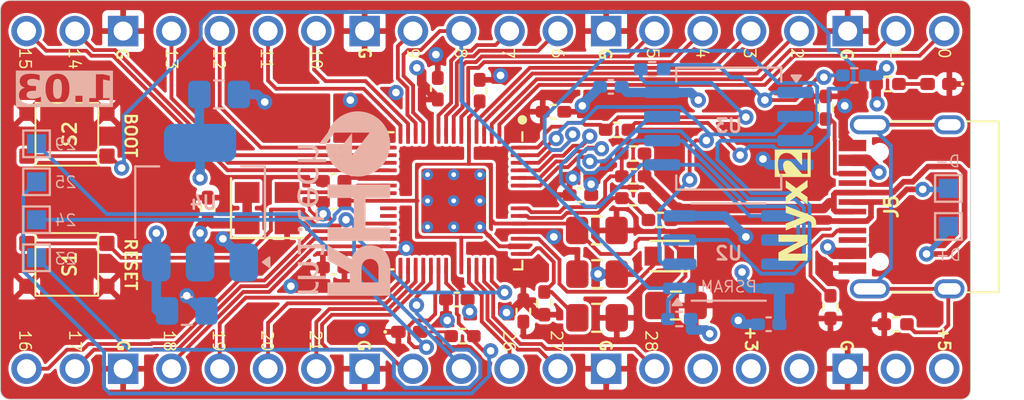
<source format=kicad_pcb>
(kicad_pcb (version 20241229) (generator "pcbnew") (generator_version "9.0")
  (title_block (title "${NAME}") (date "2025-05-07") (rev "${VERSION}") (company "Mikhail Matveev") (comment 1 "https://github.com/xtremespb/frank"))
  (layers (0 "F.Cu" signal) (4 "In1.Cu" power "GND") (6 "In2.Cu" power "PWR") (2 "B.Cu" signal) (13 "F.Paste" user) (15 "B.Paste" user) (5 "F.SilkS" user "F.Silkscreen") (7 "B.SilkS" user "B.Silkscreen") (1 "F.Mask" user) (3 "B.Mask" user) (25 "Edge.Cuts" user))
  (property "NAME" "Nyx 2")
  (property "VERSION" "1.03")
  (net 0 "")
  (net 1 "VBUS")
  (net 2 "GND")
  (net 3 "+3V3")
  (net 4 "/RP2350A/VREG_AVDD")
  (net 7 "Net-(J5-SHIELD)")
  (net 9 "Net-(J5-CC1)")
  (net 10 "/RP2350A/VREG_LX")
  (net 11 "Net-(J5-CC2)")
  (net 13 "/RP2350A/QSPI_SS")
  (net 14 "/RP2350A/~{USB_BOOT}")
  (net 15 "/RP2350A/FLASH_SS")
  (net 16 "/RP2350A/QSPI_SD3")
  (net 17 "/RP2350A/QSPI_SD1")
  (net 18 "/RP2350A/XOUT")
  (net 19 "/RP2350A/QSPI_SD2")
  (net 20 "/RP2350A/QSPI_SD0")
  (net 21 "/RP2350A/XIN")
  (net 22 "/RP2350A/QSPI_SCLK")
  (net 23 "/GPIO16")
  (net 24 "/GPIO0")
  (net 25 "/GPIO1")
  (net 26 "/GPIO2")
  (net 27 "/GPIO3")
  (net 28 "/GPIO5")
  (net 29 "/GPIO4")
  (net 30 "/GPIO15")
  (net 31 "/GPIO14")
  (net 32 "/GPIO21")
  (net 33 "/D+")
  (net 34 "/D-")
  (net 35 "Net-(LD1-A)")
  (net 36 "Net-(LD2-A)")
  (net 37 "/GPIO6")
  (net 38 "/GPIO7")
  (net 39 "/GPIO8")
  (net 40 "/GPIO9")
  (net 41 "/GPIO10")
  (net 42 "/GPIO11")
  (net 43 "/GPIO12")
  (net 44 "/GPIO13")
  (net 45 "/GPIO28")
  (net 46 "/GPIO27")
  (net 47 "/GPIO26")
  (net 48 "/RUN")
  (net 49 "/GPIO22")
  (net 50 "/GPIO19")
  (net 51 "/GPIO24")
  (net 52 "/SWD")
  (net 53 "/SWCLK")
  (net 54 "/GPIO23")
  (net 55 "/GPIO20")
  (net 56 "/GPIO18")
  (net 57 "/GPIO29")
  (net 58 "/GPIO17")
  (net 59 "VS")
  (net 60 "Net-(U1-USB_DP)")
  (net 61 "+1V1")
  (net 62 "Net-(U1-USB_DM)")
  (net 63 "GPIO25")
  (footprint "FRANK:LED (0402)" (layer "F.Cu") (at 112.1 45.8)
    (property "Reference" "LD1" (hide yes))
    (property "Value" "Blue" (hide yes))
  )
  (footprint "FRANK:Button (SMD, 3x3mm, 1-1)" (layer "F.Cu") (at 92.44 40.6)
    (property "Reference" "S1")
    (property "Value" "Reset" (hide yes))
  )
  (footprint "FRANK:Capacitor (0402)" (layer "F.Cu") (at 119.6875 34.2125)
    (property "Reference" "C4" (hide yes))
    (property "Value" "100n" (hide yes))
  )
  (footprint "FRANK:Resistor (0402)" (layer "F.Cu") (at 123.88 38.7625 180)
    (property "Reference" "R4" (hide yes))
    (property "Value" "150R" (hide yes))
  )
  (footprint "FRANK:QFN 60 (RP2350A)" (layer "F.Cu") (at 114.4375 38.9 -90)
    (property "Reference" "U1" (hide yes))
    (property "Value" "RP2350" (hide yes))
  )
  (footprint "FRANK:Capacitor (0402)" (layer "F.Cu") (at 115.8 33.1 90)
    (property "Reference" "C1" (hide yes))
    (property "Value" "100n" (hide yes))
  )
  (footprint "FRANK:Resistor (0402)" (layer "F.Cu") (at 123.8725 36.4125 180)
    (property "Reference" "R1" (hide yes))
    (property "Value" "150R" (hide yes))
  )
  (footprint "FRANK:USB Type C" (layer "F.Cu") (at 143.1 39.218 90)
    (property "Reference" "J5")
    (property "Value" "USB4215-03-A")
  )
  (footprint "FRANK:Capacitor (0805)" (layer "F.Cu") (at 126.125 44.4125)
    (property "Reference" "C14" (hide yes))
    (property "Value" "4.7u")
  )
  (footprint "FRANK:Capacitor (0402)" (layer "F.Cu") (at 108.125 42.4125 180)
    (property "Reference" "C7" (hide yes))
    (property "Value" "100n" (hide yes))
  )
  (footprint "FRANK:Capacitor (0402)" (layer "F.Cu") (at 108.125 38.9625 180)
    (property "Reference" "C3" (hide yes))
    (property "Value" "100n" (hide yes))
  )
  (footprint "FRANK:CON_PICO_1-20" (layer "F.Cu") (at 116.1036 29.9636 -90)
    (property "Reference" "J2" (hide yes))
    (property "Value" "~")
  )
  (footprint "FRANK:Button (SMD, 3x3mm, 1-1)" (layer "F.Cu") (at 92.445 33.75)
    (property "Reference" "S2")
    (property "Value" "TS-1233" (hide yes))
  )
  (footprint "FRANK:Capacitor (0805)" (layer "F.Cu") (at 121.975 42.7625)
    (property "Reference" "C13" (hide yes))
    (property "Value" "4.7u")
  )
  (footprint "FRANK:Capacitor (0805)" (layer "F.Cu") (at 121.975 45.0625)
    (property "Reference" "C12" (hide yes))
    (property "Value" "4.7u")
  )
  (footprint "FRANK:Resistor (0402)" (layer "F.Cu") (at 137.25 32.75 180)
    (property "Reference" "R12" (hide yes))
    (property "Value" "1K" (hide yes))
  )
  (footprint "FRANK:Capacitor (0402)" (layer "F.Cu") (at 118.1 44.7 -90)
    (property "Reference" "C9" (hide yes))
    (property "Value" "100n" (hide yes))
  )
  (footprint "FRANK:Capacitor (0805)" (layer "F.Cu") (at 121.9625 40.4625)
    (property "Reference" "C2" (hide yes))
    (property "Value" "4.7u")
  )
  (footprint "FRANK:Capacitor (0402)" (layer "F.Cu") (at 121.1 38.6)
    (property "Reference" "C10" (hide yes))
    (property "Value" "100n" (hide yes))
  )
  (footprint "FRANK:Capacitor (0402)" (layer "F.Cu") (at 114.6 44.1 180)
    (property "Reference" "C8" (hide yes))
    (property "Value" "100n" (hide yes))
  )
  (footprint "FRANK:Resistor (0402)" (layer "F.Cu") (at 125.275 39.9125 180)
    (property "Reference" "R5" (hide yes))
    (property "Value" "33R" (hide yes))
  )
  (footprint "FRANK:Resistor (0402)" (layer "F.Cu") (at 134 34 -90)
    (property "Reference" "R13" (hide yes))
    (property "Value" "5.1K" (hide yes))
  )
  (footprint "FRANK:Crystal (3225, active)" (layer "F.Cu") (at 104.625 39.2875)
    (property "Reference" "Y1" (hide yes))
    (property "Value" "ASE-12MHz" (hide yes))
  )
  (footprint "FRANK:Resistor (0402)" (layer "F.Cu") (at 114.9 46.025)
    (property "Reference" "R10" (hide yes))
    (property "Value" "1K" (hide yes))
  )
  (footprint "FRANK:Resistor (0402)" (layer "F.Cu") (at 119.2 44.3 90)
    (property "Reference" "R2" (hide yes))
    (property "Value" "33" (hide yes))
  )
  (footprint "FRANK:Capacitor (0402)" (layer "F.Cu") (at 113.6 33 90)
    (property "Reference" "C5" (hide yes))
    (property "Value" "100n" (hide yes))
  )
  (footprint "FRANK:IND_LQH2MCN100K02L" (layer "F.Cu") (at 125.775 41.8125 180)
    (property "Reference" "L1" (hide yes))
    (property "Value" "3.3u" (hide yes))
  )
  (footprint "FRANK:LED (0402)" (layer "F.Cu") (at 139.93 32.75 180)
    (property "Reference" "LD2" (hide yes))
    (property "Value" "Green" (hide yes))
  )
  (footprint "FRANK:Resistor (0402)" (layer "F.Cu") (at 123.025 35.1625)
    (property "Reference" "R6" (hide yes))
    (property "Value" "1K" (hide yes))
  )
  (footprint "FRANK:Resistor (0402)" (layer "F.Cu") (at 134.25 44.5 90)
    (property "Reference" "R11" (hide yes))
    (property "Value" "5.1K" (hide yes))
  )
  (footprint "FRANK:Resistor (0402)" (layer "F.Cu") (at 137.675 45.4 180)
    (property "Reference" "R14" (hide yes))
    (property "Value" "1M" (hide yes))
  )
  (footprint "FRANK:CON_PICO_21-40" (layer "F.Cu") (at 116.1036 47.7436 -90)
    (property "Reference" "J1" (hide yes))
    (property "Value" "~")
  )
  (footprint "FRANK:Capacitor (0402)" (layer "F.Cu") (at 101.5 39.3 90)
    (property "Reference" "C11" (hide yes))
    (property "Value" "100n" (hide yes))
  )
  (footprint "FRANK:Resistor (0402)" (layer "F.Cu") (at 123.8775 37.6125 180)
    (property "Reference" "R3" (hide yes))
    (property "Value" "33R" (hide yes))
  )
  (footprint "FRANK:Capacitor (0402)" (layer "F.Cu") (at 108.125 37.85 180)
    (property "Reference" "C6" (hide yes))
    (property "Value" "100n" (hide yes))
  )
  (footprint "FRANK:Capacitor (0805)" (layer "B.Cu") (at 102.1 33.3)
    (property "Reference" "C18" (hide yes))
    (property "Value" "10u")
  )
  (footprint "FRANK:Test Points (1mm x 5)" (layer "B.Cu") (at 92.5 41.9)
    (property "Reference" "J3" (hide yes))
    (property "Value" "~" (hide yes))
  )
  (footprint "FRANK:Resistor (0402)" (layer "B.Cu") (at 124.875 31.975)
    (property "Reference" "R9" (hide yes))
    (property "Value" "0R" (hide yes))
  )
  (footprint "FRANK:Capacitor (0402)" (layer "B.Cu") (at 131 45.4 180)
    (property "Reference" "C15" (hide yes))
    (property "Value" "100n" (hide yes))
  )
  (footprint "FRANK:SO-8" (layer "B.Cu") (at 128.9 41.6)
    (property "Reference" "U2")
    (property "Value" "ESP-PSRAM32")
  )
  (footprint "FRANK:Resistor (0402)" (layer "B.Cu") (at 135.5 32.3 180)
    (property "Reference" "R8" (hide yes))
    (property "Value" "10K" (hide yes))
  )
  (footprint "FRANK:Resistor (0402)" (layer "B.Cu") (at 126.3 45.125)
    (property "Reference" "R7" (hide yes))
    (property "Value" "10K" (hide yes))
  )
  (footprint "FRANK:SOIC-8" (layer "B.Cu") (at 128.9 35.1 180)
    (property "Reference" "U3")
    (property "Value" "W25Q128JVS")
  )
  (footprint "FRANK:Capacitor (0402)" (layer "B.Cu") (at 122.7 32.9 180)
    (property "Reference" "C16" (hide yes))
    (property "Value" "100n" (hide yes))
  )
  (footprint "FRANK:Capacitor (0805)" (layer "B.Cu") (at 100.4 44.7)
    (property "Reference" "C17" (hide yes))
    (property "Value" "10u")
  )
  (footprint "FRANK:Test Points (1mm x 2)" (layer "B.Cu") (at 140.45 40.25)
    (property "Reference" "J4" (hide yes))
    (property "Value" "~" (hide yes))
  )
  (footprint "FRANK:SOT-223" (layer "B.Cu") (at 101.1 39 90)
    (property "Reference" "U4")
    (property "Value" "NCP1117 3.3")
  )
  (gr_poly (pts (xy 111.095122 35.824401) (xy 111.089595 35.740196) (xy 111.079947 35.656674) (xy 111.066236 35.573975) (xy 111.048519 35.492241) (xy 111.026853 35.411613) (xy 111.001296 35.332233) (xy 110.971903 35.254241) (xy 110.938734 35.17778) (xy 110.901845 35.102989) (xy 110.861293 35.030012) (xy 110.817135 34.958988) (xy 110.769429 34.890059) (xy 110.718232 34.823366) (xy 110.663601 34.759051) (xy 110.605593 34.697255) (xy 110.544587 34.638418) (xy 110.481017 34.582922) (xy 110.415023 34.530828) (xy 110.346745 34.482194) (xy 110.276325 34.43708) (xy 110.203903 34.395545) (xy 110.129619 34.357648) (xy 110.053613 34.323447) (xy 109.976027 34.293003) (xy 109.897001 34.266374) (xy 109.816675 34.24362) (xy 109.735189 34.224799) (xy 109.652685 34.209971) (xy 109.569303 34.199194) (xy 109.485183 34.192529) (xy 109.400466 34.190033) (xy 109.302806 34.192939) (xy 109.206059 34.201439) (xy 109.110439 34.215429) (xy 109.016158 34.234803) (xy 108.923428 34.259457) (xy 108.832462 34.289286) (xy 108.743471 34.324184) (xy 108.65667 34.364047) (xy 108.572269 34.408769) (xy 108.490482 34.458247) (xy 108.411521 34.512374) (xy 108.335599 34.571046) (xy 108.262927 34.634158) (xy 108.193718 34.701604) (xy 108.128186 34.773281) (xy 108.066542 34.849083) (xy 108.026946 34.902421) (xy 107.989486 34.957189) (xy 107.954196 35.013322) (xy 107.921112 35.070755) (xy 107.890271 35.129423) (xy 107.861709 35.18926) (xy 107.835461 35.250202) (xy 107.811563 35.312182) (xy 107.750709 35.389466) (xy 107.34968 35.906727) (xy 107.706893 35.906727) (xy 107.708112 35.906727) (xy 107.972219 35.565336) (xy 108.10914 35.389466) (xy 108.169995 35.312182) (xy 110.0157 35.312182) (xy 109.555034 35.906727) (xy 109.160091 36.415466) (xy 109.092544 36.502488) (xy 109.092544 35.906725) (xy 108.30144 36.927248) (xy 108.263101 36.976541) (xy 108.300831 36.927248) (xy 108.361685 36.84753) (xy 109.091935 35.906725) (xy 108.633707 35.906725) (xy 107.949706 36.787894) (xy 107.958844 36.80365) (xy 107.968038 36.819006) (xy 107.977347 36.834019) (xy 107.986827 36.848748) (xy 108.008038 36.881011) (xy 108.029966 36.912773) (xy 108.052602 36.944022) (xy 108.075937 36.974746) (xy 108.099961 37.004935) (xy 108.124666 37.034575) (xy 108.150043 37.063656) (xy 108.176082 37.092165) (xy 108.176084 37.092165) (xy 108.203497 37.120724) (xy 108.231538 37.148613) (xy 108.260196 37.175822) (xy 108.289457 37.202341) (xy 108.319307 37.22816) (xy 108.349735 37.253272) (xy 108.380726 37.277665) (xy 108.412269 37.30133) (xy 108.444349 37.324258) (xy 108.476954 37.34644) (xy 108.510071 37.367865) (xy 108.543687 37.388525) (xy 108.577788 37.408409) (xy 108.612363 37.427509) (xy 108.647397 37.445815) (xy 108.682878 37.463318) (xy 108.725277 37.482813) (xy 108.768145 37.501092) (xy 108.811457 37.518148) (xy 108.855185 37.533974) (xy 108.899305 37.548566) (xy 108.943788 37.561916) (xy 108.98861 37.57402) (xy 109.033744 37.584871) (xy 109.079163 37.594462) (xy 109.124843 37.60279) (xy 109.170755 37.609846) (xy 109.216875 37.615625) (xy 109.263175 37.620122) (xy 109.309631 37.62333) (xy 109.356214 37.625244) (xy 109.402901 37.625857) (xy 109.48746 37.623248) (xy 109.571418 37.616485) (xy 109.654637 37.605626) (xy 109.736977 37.590732) (xy 109.818297 37.571861) (xy 109.898458 37.549071) (xy 109.97732 37.522421) (xy 110.054745 37.491972) (xy 110.130591 37.45778) (xy 110.204719 37.419906) (xy 110.276991 37.378408) (xy 110.347265 37.333346) (xy 110.415402 37.284777) (xy 110.481263 37.232762) (xy 110.544708 37.177358) (xy 110.605597 37.118625) (xy 110.663498 37.056945) (xy 110.718037 36.992755) (xy 110.769154 36.926195) (xy 110.816794 36.857405) (xy 110.860899 36.786526) (xy 110.901413 36.713699) (xy 110.938278 36.639064) (xy 110.971438 36.562761) (xy 111.000835 36.484931) (xy 111.026412 36.405715) (xy 111.048113 36.325252) (xy 111.06588 36.243684) (xy 111.079656 36.16115) (xy 111.089385 36.077791) (xy 111.095009 35.993748) (xy 111.096471 35.909162) (xy 111.096471 35.909147)) (stroke (width -0.000001)) (fill yes) (layer "B.SilkS"))
  (gr_poly (pts (xy 108.220503 35.909162) (xy 107.709935 35.909162) (xy 107.710805 35.967197) (xy 107.713617 36.025056) (xy 107.718357 36.082691) (xy 107.725013 36.140056) (xy 107.733573 36.197103) (xy 107.744023 36.253787) (xy 107.75635 36.31006) (xy 107.770543 36.365876) (xy 107.786588 36.421188) (xy 107.804473 36.475949) (xy 107.824184 36.530112) (xy 107.84571 36.583632) (xy 107.869037 36.63646) (xy 107.894153 36.688551) (xy 107.921045 36.739857) (xy 107.949701 36.790332) (xy 108.633703 35.909162)) (stroke (width -0.000001)) (fill yes) (layer "B.SilkS"))
  (gr_poly (pts (xy 111.098813 42.291153) (xy 111.094922 42.229061) (xy 111.0885 42.168588) (xy 111.079599 42.109761) (xy 111.068273 42.052609) (xy 111.054573 41.997161) (xy 111.038551 41.943444) (xy 111.02026 41.891487) (xy 110.999753 41.841318) (xy 110.97708 41.792966) (xy 110.952295 41.746459) (xy 110.92545 41.701824) (xy 110.896597 41.659091) (xy 110.865789 41.618288) (xy 110.833076 41.579443) (xy 110.798513 41.542584) (xy 110.762151 41.507739) (xy 110.724042 41.474938) (xy 110.684239 41.444208) (xy 110.642794 41.415577) (xy 110.599759 41.389074) (xy 110.555187 41.364727) (xy 110.509129 41.342565) (xy 110.461638 41.322615) (xy 110.412766 41.304907) (xy 110.362566 41.289467) (xy 110.311089 41.276326) (xy 110.258388 41.26551) (xy 110.204516 41.257048) (xy 110.149524 41.250969) (xy 110.093465 41.247301) (xy 110.036391 41.246072) (xy 109.982475 41.247131) (xy 109.930144 41.25026) (xy 109.879391 41.255392) (xy 109.830208 41.262459) (xy 109.782586 41.271392) (xy 109.736517 41.282123) (xy 109.691993 41.294583) (xy 109.649007 41.308705) (xy 109.607548 41.324419) (xy 109.567611 41.341658) (xy 109.529186 41.360354) (xy 109.492266 41.380438) (xy 109.456841 41.401841) (xy 109.422905 41.424496) (xy 109.359465 41.473287) (xy 109.301879 41.526263) (xy 109.250083 41.58288) (xy 109.204011 41.64259) (xy 109.1636 41.704846) (xy 109.128783 41.769103) (xy 109.099495 41.834814) (xy 109.075671 41.901432) (xy 109.057247 41.968411) (xy 107.800609 41.226599) (xy 107.8 42.031091) (xy 108.970226 42.681013) (xy 108.970226 43.195839) (xy 107.797567 43.195839) (xy 107.797567 43.898096) (xy 109.59094 43.898096) (xy 109.59094 43.195839) (xy 109.59094 42.45707) (xy 109.591437 42.430972) (xy 109.59292 42.405296) (xy 109.595378 42.380069) (xy 109.598797 42.355319) (xy 109.603166 42.33107) (xy 109.608473 42.30735) (xy 109.614706 42.284186) (xy 109.621852 42.261604) (xy 109.629899 42.239631) (xy 109.638835 42.218294) (xy 109.648648 42.197618) (xy 109.659325 42.177632) (xy 109.670856 42.15836) (xy 109.683227 42.139831) (xy 109.696426 42.12207) (xy 109.710442 42.105105) (xy 109.725261 42.088961) (xy 109.740873 42.073666) (xy 109.757264 42.059246) (xy 109.774423 42.045728) (xy 109.792337 42.033138) (xy 109.810995 42.021503) (xy 109.830384 42.01085) (xy 109.850492 42.001206) (xy 109.871307 41.992596) (xy 109.892816 41.985048) (xy 109.915008 41.978587) (xy 109.937871 41.973242) (xy 109.961392 41.969039) (xy 109.985559 41.966003) (xy 110.01036 41.964162) (xy 110.035783 41.963542) (xy 110.035782 41.961717) (xy 110.061474 41.962337) (xy 110.086514 41.964178) (xy 110.110891 41.967214) (xy 110.134593 41.971419) (xy 110.157612 41.976767) (xy 110.179935 41.98323) (xy 110.201551 41.990783) (xy 110.222452 41.999399) (xy 110.242625 42.009052) (xy 110.262059 42.019715) (xy 110.280745 42.031362) (xy 110.298672 42.043966) (xy 110.315828 42.057502) (xy 110.332203 42.071942) (xy 110.347787 42.087261) (xy 110.362569 42.103431) (xy 110.376537 42.120427) (xy 110.389682 42.138222) (xy 110.401993 42.156789) (xy 110.413458 42.176103) (xy 110.424068 42.196137) (xy 110.433811 42.216864) (xy 110.442677 42.238258) (xy 110.450655 42.260292) (xy 110.457735 42.282941) (xy 110.463905 42.306178) (xy 110.469156 42.329976) (xy 110.473476 42.354309) (xy 110.476854 42.37915) (xy 110.47928 42.404474) (xy 110.480744 42.430253) (xy 110.481234 42.456462) (xy 110.481234 43.195839) (xy 109.59094 43.195839) (xy 109.59094 43.898096) (xy 111.100122 43.898096) (xy 111.100122 42.354834)) (stroke (width -0.000001)) (fill yes) (layer "B.SilkS"))
  (gr_poly (pts (xy 108.633094 35.909162) (xy 109.094368 35.909162) (xy 109.094368 35.314616)) (stroke (width -0.000001)) (fill yes) (layer "B.SilkS"))
  (gr_poly (pts (xy 109.803929 40.311353) (xy 109.803929 38.752877) (xy 111.100122 38.752877) (xy 111.100122 38.045752) (xy 107.800609 38.045752) (xy 107.8 38.752877) (xy 109.185042 38.752877) (xy 109.185042 40.311351) (xy 107.8 40.311351) (xy 107.8 41.014218) (xy 111.100122 41.014218) (xy 111.100122 40.311353)) (stroke (width -0.000001)) (fill yes) (layer "B.SilkS"))
  (gr_arc (start 141.116 28.353553) (mid 141.469568 28.499985) (end 141.616 28.853553) (stroke (width 0.05)) (layer "Edge.Cuts"))
  (gr_line (start 141.616 28.853553) (end 141.616 48.853553) (stroke (width 0.05)) (layer "Edge.Cuts"))
  (gr_arc (start 90.603553 28.853553) (mid 90.75 28.5) (end 91.103553 28.353553) (stroke (width 0.05)) (layer "Edge.Cuts"))
  (gr_arc (start 141.616 48.853553) (mid 141.469553 49.207105) (end 141.116 49.353553) (stroke (width 0.05)) (layer "Edge.Cuts"))
  (gr_line (start 91.103553 49.353553) (end 141.116 49.353553) (stroke (width 0.05)) (layer "Edge.Cuts"))
  (gr_line (start 90.603553 48.853553) (end 90.603553 28.853553) (stroke (width 0.05)) (layer "Edge.Cuts"))
  (gr_arc (start 91.103553 49.353553) (mid 90.75 49.207106) (end 90.603553 48.853553) (stroke (width 0.05)) (layer "Edge.Cuts"))
  (gr_line (start 91.103553 28.353553) (end 141.116 28.353553) (stroke (width 0.05)) (layer "Edge.Cuts"))
  (gr_text "19" (at 102.075 46.9 270) (layer "F.SilkS") (effects (font (size 0.6 0.6) (thickness 0.075)) (justify right)))
  (gr_text "13" (at 99.6 30.8 270) (layer "F.SilkS") (effects (font (size 0.6 0.6) (thickness 0.075)) (justify left)))
  (gr_text "G" (at 122.425 46.9 270) (layer "F.SilkS") (effects (font (size 0.6 0.6) (thickness 0.12) (bold yes)) (justify right)))
  (gr_text "4" (at 127.5 30.8 270) (layer "F.SilkS") (effects (font (size 0.6 0.6) (thickness 0.075)) (justify left)))
  (gr_text "17" (at 94.525 46.9 270) (layer "F.SilkS") (effects (font (size 0.6 0.6) (thickness 0.075)) (justify right)))
  (gr_text "G" (at 135.1 30.8 270) (layer "F.SilkS") (effects (font (size 0.6 0.6) (thickness 0.12) (bold yes)) (justify left)))
  (gr_text "BOOT" (at 97.45 35.45 270) (layer "F.SilkS") (effects (font (size 0.6 0.6) (thickness 0.12) (bold yes))))
  (gr_text "10" (at 107.2 30.8 270) (layer "F.SilkS") (effects (font (size 0.6 0.6) (thickness 0.075)) (justify left)))
  (gr_text "8" (at 114.8 30.8 270) (layer "F.SilkS") (effects (font (size 0.6 0.6) (thickness 0.075)) (justify left)))
  (gr_text "G" (at 122.4 30.8 270) (layer "F.SilkS") (effects (font (size 0.6 0.6) (thickness 0.12) (bold yes)) (justify left)))
  (gr_text "Nyx" (at 133.3 42.25 90) (layer "F.SilkS") (effects (font (size 1.5 1.5) (thickness 0.3) (bold yes)) (justify left bottom)))
  (gr_text "21" (at 107.175 46.9 270) (layer "F.SilkS") (effects (font (size 0.6 0.6) (thickness 0.075)) (justify right)))
  (gr_text "2" (at 133.3 37.65 90) (layer "F.SilkS" knockout) (effects (font (size 1.5 1.5) (thickness 0.3) (bold yes)) (justify left bottom)))
  (gr_text "G" (at 97.05 46.9 270) (layer "F.SilkS") (effects (font (size 0.6 0.6) (thickness 0.12) (bold yes)) (justify right)))
  (gr_text "26" (at 117.35 46.9 270) (layer "F.SilkS") (effects (font (size 0.6 0.6) (thickness 0.075)) (justify right)))
  (gr_text "11" (at 104.6 30.8 270) (layer "F.SilkS") (effects (font (size 0.6 0.6) (thickness 0.075)) (justify left)))
  (gr_text "G" (at 109.75 30.75 270) (layer "F.SilkS") (effects (font (size 0.6 0.6) (thickness 0.12) (bold yes)) (justify left)))
  (gr_text "7" (at 117.3 30.8 270) (layer "F.SilkS") (effects (font (size 0.6 0.6) (thickness 0.075)) (justify left)))
  (gr_text "5" (at 124.9 30.8 270) (layer "F.SilkS") (effects (font (size 0.6 0.6) (thickness 0.075)) (justify left)))
  (gr_text "6" (at 119.9 30.8 270) (layer "F.SilkS") (effects (font (size 0.6 0.6) (thickness 0.075)) (justify left)))
  (gr_text "27" (at 119.85 46.9 270) (layer "F.SilkS") (effects (font (size 0.6 0.6) (thickness 0.075)) (justify right)))
  (gr_text "2" (at 132.5 30.8 270) (layer "F.SilkS") (effects (font (size 0.6 0.6) (thickness 0.075)) (justify left)))
  (gr_text "RESET" (at 97.45 42.25 270) (layer "F.SilkS") (effects (font (size 0.6 0.6) (thickness 0.12) (bold yes))))
  (gr_text "9" (at 112.3 30.8 270) (layer "F.SilkS") (effects (font (size 0.6 0.6) (thickness 0.075)) (justify left)))
  (gr_text "18" (at 99.5 46.9 270) (layer "F.SilkS") (effects (font (size 0.6 0.6) (thickness 0.075)) (justify right)))
  (gr_text "+3" (at 130.075 46.9 270) (layer "F.SilkS") (effects (font (size 0.6 0.6) (thickness 0.12) (bold yes)) (justify right)))
  (gr_text "+5" (at 140.225 46.9 270) (layer "F.SilkS") (effects (font (size 0.6 0.6) (thickness 0.12) (bold yes)) (justify right)))
  (gr_text "15" (at 91.9 30.8 270) (layer "F.SilkS") (effects (font (size 0.6 0.6) (thickness 0.075)) (justify left)))
  (gr_text "16" (at 91.9 46.9 270) (layer "F.SilkS") (effects (font (size 0.6 0.6) (thickness 0.075)) (justify right)))
  (gr_text "0" (at 140.235 30.8 270) (layer "F.SilkS") (effects (font (size 0.6 0.6) (thickness 0.075)) (justify left)))
  (gr_text "12" (at 102.1 30.8 270) (layer "F.SilkS") (effects (font (size 0.6 0.6) (thickness 0.075)) (justify left)))
  (gr_text "G" (at 109.7 46.9 270) (layer "F.SilkS") (effects (font (size 0.6 0.6) (thickness 0.12) (bold yes)) (justify right)))
  (gr_text "1" (at 137.7 30.8 270) (layer "F.SilkS") (effects (font (size 0.6 0.6) (thickness 0.075)) (justify left)))
  (gr_text "14" (at 94.5 30.8 270) (layer "F.SilkS") (effects (font (size 0.6 0.6) (thickness 0.075)) (justify left)))
  (gr_text "G" (at 97 30.8 270) (layer "F.SilkS") (effects (font (size 0.6 0.6) (thickness 0.12) (bold yes)) (justify left)))
  (gr_text "20" (at 104.625 46.9 270) (layer "F.SilkS") (effects (font (size 0.6 0.6) (thickness 0.075)) (justify right)))
  (gr_text "3" (at 130 30.8 270) (layer "F.SilkS") (effects (font (size 0.6 0.6) (thickness 0.075)) (justify left)))
  (gr_text "G" (at 135.1 46.9 270) (layer "F.SilkS") (effects (font (size 0.6 0.6) (thickness 0.12) (bold yes)) (justify right)))
  (gr_text "28" (at 124.825 46.9 270) (layer "F.SilkS") (effects (font (size 0.6 0.6) (thickness 0.075)) (justify right)))
  (gr_text "25" (at 93.4 37.925 0) (layer "B.SilkS") (effects (font (size 0.6 0.6) (thickness 0.075)) (justify right mirror)))
  (gr_text "${VERSION}" (at 94 34.025 0) (layer "B.SilkS" knockout) (effects (font (size 1.5 1.5) (thickness 0.3) (bold yes)) (justify bottom mirror)))
  (gr_text "D+" (at 140.45 41.75 0) (layer "B.SilkS") (effects (font (size 0.6 0.6) (thickness 0.075)) (justify mirror)))
  (gr_text "23" (at 93.4 41.95 0) (layer "B.SilkS") (effects (font (size 0.6 0.6) (thickness 0.075)) (justify right mirror)))
  (gr_text "PSRAM" (at 128.9 43.425 0) (layer "B.SilkS") (effects (font (size 0.6 0.6) (thickness 0.075)) (justify mirror)))
  (gr_text "29" (at 93.4 35.925 0) (layer "B.SilkS") (effects (font (size 0.6 0.6) (thickness 0.075)) (justify right mirror)))
  (gr_text "rh1.tech" (at 106 43.975 270) (layer "B.SilkS") (effects (font (size 1.4 1.4)) (justify left bottom mirror)))
  (gr_text "D-" (at 140.4 36.825 0) (layer "B.SilkS") (effects (font (size 0.6 0.6) (thickness 0.075)) (justify mirror)))
  (gr_text "24" (at 93.4 39.925 0) (layer "B.SilkS") (effects (font (size 0.6 0.6) (thickness 0.075)) (justify right mirror)))
  (segment (start 135.405 36.768) (end 136.168 36.768) (width 0.6) (layer "F.Cu") (net 1))
  (segment (start 136.168 36.768) (end 136.8 37.4) (width 0.6) (layer "F.Cu") (net 1))
  (segment (start 134.436 41.668) (end 134.1 41.332) (width 0.6) (layer "F.Cu") (net 1))
  (segment (start 135.405 41.668) (end 134.436 41.668) (width 0.6) (layer "F.Cu") (net 1))
  (via (at 134.1 41.332) (size 0.8) (drill 0.4) (layers "F.Cu" "B.Cu") (net 1))
  (via (at 98.8 40.6) (size 0.8) (drill 0.4) (layers "F.Cu" "B.Cu") (net 1))
  (via (at 136.8 37.4) (size 0.8) (drill 0.4) (layers "F.Cu" "B.Cu") (net 1))
  (segment (start 98.8 42.15) (end 98.8 40.6) (width 0.5) (layer "B.Cu") (net 1))
  (segment (start 98.8 44.6375) (end 98.8 42.15) (width 0.5) (layer "B.Cu") (net 1))
  (segment (start 99.3625 45.2) (end 98.8 44.6375) (width 0.5) (layer "B.Cu") (net 1))
  (segment (start 123.0125 42.7625) (end 122.035645 42.7625) (width 0.5) (layer "F.Cu") (net 2))
  (segment (start 117.875 41.3) (end 116.8375 41.3) (width 0.2) (layer "F.Cu") (net 2))
  (segment (start 135.405 35.993) (end 134.919 35.507) (width 0.5) (layer "F.Cu") (net 2))
  (segment (start 116.8375 41.3) (end 115.8125 40.275) (width 0.2) (layer "F.Cu") (net 2))
  (segment (start 122.035645 42.7625) (end 122.025 42.751855) (width 0.5) (layer "F.Cu") (net 2))
  (segment (start 134.919 35.507) (end 134.919 33.981) (width 0.5) (layer "F.Cu") (net 2))
  (segment (start 134.919 33.981) (end 135 33.9) (width 0.5) (layer "F.Cu") (net 2))
  (via (at 121.2 33.9) (size 0.8) (drill 0.4) (layers "F.Cu" "B.Cu") (net 2))
  (via (at 116.9 32.3) (size 0.8) (drill 0.4) (layers "F.Cu" "B.Cu") (net 2))
  (via (at 135 33.9) (size 0.8) (drill 0.4) (layers "F.Cu" "B.Cu") (net 2))
  (via (at 102.3 40.9) (size 0.8) (drill 0.4) (layers "F.Cu" "B.Cu") (net 2))
  (via (at 113.5 31.2) (size 0.8) (drill 0.4) (layers "F.Cu" "B.Cu") (net 2))
  (via (at 129.8 40.8) (size 0.8) (drill 0.4) (layers "F.Cu" "B.Cu") (net 2))
  (via (at 109.6 45.7) (size 0.8) (drill 0.4) (layers "F.Cu" "B.Cu") (net 2))
  (via (at 129.4 45.2) (size 0.8) (drill 0.4) (layers "F.Cu" "B.Cu") (net 2))
  (via (at 122.025 42.751855) (size 0.8) (drill 0.4) (layers "F.Cu" "B.Cu") (net 2))
  (via (at 121.663658 38.029661) (size 0.8) (drill 0.4) (layers "F.Cu" "B.Cu") (net 2))
  (via (at 104.5 33.7) (size 0.8) (drill 0.4) (layers "F.Cu" "B.Cu") (net 2))
  (via (at 105.874205 43.4) (size 0.8) (drill 0.4) (layers "F.Cu" "B.Cu") (net 2))
  (via (at 100.4 43.9) (size 0.8) (drill 0.4) (layers "F.Cu" "B.Cu") (net 2))
  (via (at 114.1 45.2) (size 0.8) (drill 0.4) (layers "F.Cu" "B.Cu") (net 2))
  (via (at 107.570007 39.588644) (size 0.8) (drill 0.4) (layers "F.Cu" "B.Cu") (net 2))
  (via (at 130.7 36.7) (size 0.8) (drill 0.4) (layers "F.Cu" "B.Cu") (net 2))
  (segment (start 121.2 33.9) (end 121.2 33.8325) (width 0.5) (layer "B.Cu") (net 2))
  (segment (start 130.4325 45.4) (end 129.6 45.4) (width 0.5) (layer "B.Cu") (net 2))
  (segment (start 129.6 45.4) (end 129.4 45.2) (width 0.5) (layer "B.Cu") (net 2))
  (segment (start 126.325 39.695) (end 128.695 39.695) (width 0.5) (layer "B.Cu") (net 2))
  (segment (start 103.4 42) (end 102.3 40.9) (width 0.5) (layer "B.Cu") (net 2))
  (segment (start 132.4 37.005) (end 131.005 37.005) (width 0.5) (layer "B.Cu") (net 2))
  (segment (start 128.695 39.695) (end 129.8 40.8) (width 0.5) (layer "B.Cu") (net 2))
  (segment (start 131.005 37.005) (end 130.7 36.7) (width 0.5) (layer "B.Cu") (net 2))
  (segment (start 101.2 44.7) (end 100.4 43.9) (width 0.5) (layer "B.Cu") (net 2))
  (segment (start 104.1 33.3) (end 104.5 33.7) (width 0.5) (layer "B.Cu") (net 2))
  (segment (start 103.1375 33.3) (end 104.1 33.3) (width 0.5) (layer "B.Cu") (net 2))
  (segment (start 121.2 33.8325) (end 122.1325 32.9) (width 0.5) (layer "B.Cu") (net 2))
  (segment (start 114.4375 43.204066) (end 115.1675 43.934066) (width 0.2) (layer "F.Cu") (net 3))
  (segment (start 117.213552 44.786782) (end 117.445718 44.786782) (width 0.5) (layer "F.Cu") (net 3))
  (segment (start 101.1 40.6) (end 101.1 40.2675) (width 0.5) (layer "F.Cu") (net 3))
  (segment (start 119.2 44.8975) (end 118.865 44.8975) (width 0.5) (layer "F.Cu") (net 3))
  (segment (start 103.575 40.1125) (end 101.745 40.1125) (width 0.5) (layer "F.Cu") (net 3))
  (segment (start 112.753 32.153) (end 112.5 31.9) (width 0.5) (layer "F.Cu") (net 3))
  (segment (start 117.445718 44.786782) (end 118.1 44.1325) (width 0.5) (layer "F.Cu") (net 3))
  (segment (start 101.1 40.2675) (end 101.5 39.8675) (width 0.5) (layer "F.Cu") (net 3))
  (segment (start 114.4375 42.3375) (end 114.4375 43.204066) (width 0.2) (layer "F.Cu") (net 3))
  (segment (start 118.865 44.8975) (end 118.1 44.1325) (width 0.5) (layer "F.Cu") (net 3))
  (segment (start 108.8425 37.7) (end 111 37.7) (width 0.2) (layer "F.Cu") (net 3))
  (segment (start 101.745 40.1125) (end 101.5 39.8675) (width 0.5) (layer "F.Cu") (net 3))
  (segment (start 113.6 33.5675) (end 112.753 32.7205) (width 0.5) (layer "F.Cu") (net 3))
  (segment (start 112.753 32.7205) (end 112.753 32.153) (width 0.5) (layer "F.Cu") (net 3))
  (segment (start 136.6525 32.75) (end 136.6525 33.7525) (width 0.5) (layer "F.Cu") (net 3))
  (segment (start 136.6525 33.7525) (end 136.7 33.8) (width 0.5) (layer "F.Cu") (net 3))
  (segment (start 103.575 38.4625) (end 103.575 40.1125) (width 0.5) (layer "F.Cu") (net 3))
  (via (at 115.273023 44.732163) (size 0.8) (drill 0.4) (layers "F.Cu" "B.Cu") (net 3))
  (via (at 120.7 37.7) (size 0.8) (drill 0.4) (layers "F.Cu" "B.Cu") (net 3))
  (via (at 101.1 37.7) (size 0.8) (drill 0.4) (layers "F.Cu" "B.Cu") (net 3))
  (via (at 111.935256 41.402244) (size 0.8) (drill 0.4) (layers "F.Cu" "B.Cu") (net 3))
  (via (at 112.5 31.9) (size 0.8) (drill 0.4) (layers "F.Cu" "B.Cu") (net 3))
  (via (at 119.7 40.8) (size 0.8) (drill 0.4) (layers "F.Cu" "B.Cu") (net 3))
  (via (at 111.4 33.2) (size 0.8) (drill 0.4) (layers "F.Cu" "B.Cu") (net 3))
  (via (at 127.9 45.9) (size 0.8) (drill 0.4) (layers "F.Cu" "B.Cu") (net 3))
  (via (at 101.1 40.6) (size 0.8) (drill 0.4) (layers "F.Cu" "B.Cu") (net 3))
  (via (at 129.6 42.65) (size 0.8) (drill 0.4) (layers "F.Cu" "B.Cu") (net 3))
  (via (at 137.2 31.9) (size 0.8) (drill 0.4) (layers "F.Cu" "B.Cu") (net 3))
  (via (at 117.213552 44.786782) (size 0.8) (drill 0.4) (layers "F.Cu" "B.Cu") (net 3))
  (via (at 136.7 33.8) (size 0.8) (drill 0.4) (layers "F.Cu" "B.Cu") (net 3))
  (via (at 109 33.6) (size 0.8) (drill 0.4) (layers "F.Cu" "B.Cu") (net 3))
  (via (at 127.3 33.6) (size 0.8) (drill 0.4) (layers "F.Cu" "B.Cu") (net 3))
  (segment (start 130.005 43.505) (end 131.475 43.505) (width 0.5) (layer "B.Cu") (net 3))
  (segment (start 101.1 42.15) (end 101.1 40.6) (width 0.5) (layer "B.Cu") (net 3))
  (segment (start 123.5625 33.195) (end 123.2675 32.9) (width 0.5) (layer "B.Cu") (net 3))
  (segment (start 125.4 33.195) (end 126.895 33.195) (width 0.5) (layer "B.Cu") (net 3))
  (segment (start 125.4 33.195) (end 123.5625 33.195) (width 0.5) (layer "B.Cu") (net 3))
  (segment (start 101.0625 33.3) (end 101.0625 35.8125) (width 0.5) (layer "B.Cu") (net 3))
  (segment (start 127.7 45.7) (end 127.9 45.9) (width 0.5) (layer "B.Cu") (net 3))
  (segment (start 126.895 33.195) (end 127.3 33.6) (width 0.5) (layer "B.Cu") (net 3))
  (segment (start 126.9 45.7) (end 126.8975 45.6975) (width 0.5) (layer "B.Cu") (net 3))
  (segment (start 101.1 35.85) (end 101.1 37.7) (width 0.5) (layer "B.Cu") (net 3))
  (segment (start 131.5675 45.4) (end 131.5675 43.5975) (width 0.6) (layer "B.Cu") (net 3))
  (segment (start 136.0975 32.3) (end 136.8 32.3) (width 0.5) (layer "B.Cu") (net 3))
  (segment (start 129.6 43.1) (end 130.005 43.505) (width 0.5) (layer "B.Cu") (net 3))
  (segment (start 136.8 32.3) (end 137.2 31.9) (width 0.5) (layer "B.Cu") (net 3))
  (segment (start 126.9 45.7) (end 127.7 45.7) (width 0.5) (layer "B.Cu") (net 3))
  (segment (start 129.6 42.65) (end 129.6 43.1) (width 0.5) (layer "B.Cu") (net 3))
  (segment (start 126.8975 45.6975) (end 126.8975 45.125) (width 0.5) (layer "B.Cu") (net 3))
  (segment (start 131.5675 43.5975) (end 131.475 43.505) (width 0.6) (layer "B.Cu") (net 3))
  (segment (start 118.974322 41.4) (end 119.699 42.124678) (width 0.2) (layer "F.Cu") (net 4))
  (segment (start 119.2 43.7025) (end 119.5775 43.7025) (width 0.2) (layer "F.Cu") (net 4))
  (segment (start 117.875 41.7) (end 118.5 41.7) (width 0.2) (layer "F.Cu") (net 4))
  (segment (start 119.699 42.124678) (end 119.699 43.2035) (width 0.2) (layer "F.Cu") (net 4))
  (segment (start 118.5 41.7) (end 118.8 41.4) (width 0.2) (layer "F.Cu") (net 4))
  (segment (start 119.5775 43.7025) (end 120.9375 45.0625) (width 0.2) (layer "F.Cu") (net 4))
  (segment (start 118.8 41.4) (end 118.974322 41.4) (width 0.2) (layer "F.Cu") (net 4))
  (segment (start 119.699 43.2035) (end 119.2 43.7025) (width 0.2) (layer "F.Cu") (net 4))
  (segment (start 140.445 43.593) (end 140.445 45.45) (width 0.2) (layer "F.Cu") (net 7))
  (segment (start 136.32 34.898) (end 140.5 34.898) (width 0.2) (layer "F.Cu") (net 7))
  (segment (start 136.32 43.538) (end 140.5 43.538) (width 0.2) (layer "F.Cu") (net 7))
  (segment (start 138.6975 45.825) (end 138.2725 45.4) (width 0.2) (layer "F.Cu") (net 7))
  (segment (start 140.445 45.45) (end 140.07 45.825) (width 0.2) (layer "F.Cu") (net 7))
  (segment (start 140.07 45.825) (end 138.6975 45.825) (width 0.2) (layer "F.Cu") (net 7))
  (segment (start 137.426 36.004) (end 137.426 42.432) (width 0.2) (layer "B.Cu") (net 7))
  (segment (start 136.32 34.898) (end 137.426 36.004) (width 0.2) (layer "B.Cu") (net 7))
  (segment (start 137.426 42.432) (end 136.32 43.538) (width 0.2) (layer "B.Cu") (net 7))
  (segment (start 133.2 42.8525) (end 134.25 43.9025) (width 0.2) (layer "F.Cu") (net 9))
  (segment (start 134.348943 40.731) (end 133.851057 40.731) (width 0.2) (layer "F.Cu") (net 9))
  (segment (start 134.611943 40.468) (end 134.348943 40.731) (width 0.2) (layer "F.Cu") (net 9))
  (segment (start 133.851057 40.731) (end 133.2 41.382057) (width 0.2) (layer "F.Cu") (net 9))
  (segment (start 135.405 40.468) (end 134.611943 40.468) (width 0.2) (layer "F.Cu") (net 9))
  (segment (start 133.2 41.382057) (end 133.2 42.8525) (width 0.2) (layer "F.Cu") (net 9))
  (segment (start 117.875 40.9) (end 118.9 40.9) (width 0.2) (layer "F.Cu") (net 10))
  (segment (start 120 42) (end 120 43.282238) (width 0.2) (layer "F.Cu") (net 10))
  (segment (start 120 43.282238) (end 120.406262 43.6885) (width 0.2) (layer "F.Cu") (net 10))
  (segment (start 120.406262 43.6885) (end 123.543738 43.6885) (width 0.2) (layer "F.Cu") (net 10))
  (segment (start 118.9 40.9) (end 120 42) (width 0.2) (layer "F.Cu") (net 10))
  (segment (start 124.925 42.307238) (end 124.925 41.8125) (width 0.2) (layer "F.Cu") (net 10))
  (segment (start 123.543738 43.6885) (end 124.925 42.307238) (width 0.2) (layer "F.Cu") (net 10))
  (segment (start 134.468 34.8155) (end 134.468 35.69381) (width 0.2) (layer "F.Cu") (net 11))
  (segment (start 134.479 37.467) (end 134.48 37.468) (width 0.2) (layer "F.Cu") (net 11))
  (segment (start 134.468 35.69381) (end 134.479 35.70481) (width 0.2) (layer "F.Cu") (net 11))
  (segment (start 134.479 35.70481) (end 134.479 37.467) (width 0.2) (layer "F.Cu") (net 11))
  (segment (start 134.48 37.468) (end 135.405 37.468) (width 0.2) (layer "F.Cu") (net 11))
  (segment (start 134.25 34.5975) (end 134.468 34.8155) (width 0.2) (layer "F.Cu") (net 11))
  (segment (start 123.09 34.5) (end 122.4275 35.1625) (width 0.2) (layer "F.Cu") (net 13))
  (segment (start 122.165657 34.900657) (end 122.4275 35.1625) (width 0.2) (layer "F.Cu") (net 13))
  (segment (start 119.220772 35.377815) (end 119.598587 35) (width 0.2) (layer "F.Cu") (net 13))
  (segment (start 121.344156 34.900657) (end 122.165657 34.900657) (width 0.2) (layer "F.Cu") (net 13))
  (segment (start 117.875 36.1) (end 118.849231 36.1) (width 0.2) (layer "F.Cu") (net 13))
  (segment (start 120.443797 34.798999) (end 121.242498 34.798999) (width 0.2) (layer "F.Cu") (net 13))
  (segment (start 121.242498 34.798999) (end 121.344156 34.900657) (width 0.2) (layer "F.Cu") (net 13))
  (segment (start 120.242796 35) (end 120.443797 34.798999) (width 0.2) (layer "F.Cu") (net 13))
  (segment (start 118.849231 36.1) (end 119.220772 35.728459) (width 0.2) (layer "F.Cu") (net 13))
  (segment (start 119.220772 35.728459) (end 119.220772 35.377815) (width 0.2) (layer "F.Cu") (net 13))
  (segment (start 119.598587 35) (end 120.242796 35) (width 0.2) (layer "F.Cu") (net 13))
  (segment (start 129.8 34.5) (end 123.09 34.5) (width 0.2) (layer "F.Cu") (net 13))
  (via (at 129.8 34.5) (size 0.8) (drill 0.4) (layers "F.Cu" "B.Cu") (net 13))
  (segment (start 124.544 32.694) (end 124.2775 32.4275) (width 0.2) (layer "B.Cu") (net 13))
  (segment (start 124.2775 32.4275) (end 124.2775 31.75) (width 0.2) (layer "B.Cu") (net 13))
  (segment (start 129.8 34.5) (end 127.994 32.694) (width 0.2) (layer "B.Cu") (net 13))
  (segment (start 127.994 32.694) (end 124.544 32.694) (width 0.2) (layer "B.Cu") (net 13))
  (segment (start 96.975 37.175) (end 96.35 36.55) (width 0.2) (layer "F.Cu") (net 14))
  (segment (start 127.801 34.801) (end 129.5 36.5) (width 0.2) (layer "F.Cu") (net 14))
  (segment (start 123.660076 35.124924) (end 123.984 34.801) (width 0.2) (layer "F.Cu") (net 14))
  (segment (start 96.35 36.55) (end 91.995 36.55) (width 0.2) (layer "F.Cu") (net 14))
  (segment (start 123.984 34.801) (end 127.801 34.801) (width 0.2) (layer "F.Cu") (net 14))
  (via (at 96.975 37.175) (size 0.8) (drill 0.4) (layers "F.Cu" "B.Cu") (net 14))
  (via (at 129.5 36.5) (size 0.8) (drill 0.4) (layers "F.Cu" "B.Cu") (net 14))
  (segment (start 97.1 34.410828) (end 101.1326 30.378228) (width 0.2) (layer "B.Cu") (net 14))
  (segment (start 134.6 30.9646) (end 135.461 31.8256) (width 0.2) (layer "B.Cu") (net 14))
  (segment (start 133.028228 28.9626) (end 134.1526 30.086972) (width 0.2) (layer "B.Cu") (net 14))
  (segment (start 133.349546 36.236) (end 131.450454 36.236) (width 0.2) (layer "B.Cu") (net 14))
  (segment (start 129.964 36.036) (end 129.5 36.5) (width 0.2) (layer "B.Cu") (net 14))
  (segment (start 97.1 37.05) (end 97.1 34.410828) (width 0.2) (layer "B.Cu") (net 14))
  (segment (start 131.250454 36.036) (end 129.964 36.036) (width 0.2) (layer "B.Cu") (net 14))
  (segment (start 134.1526 30.9646) (end 134.6 30.9646) (width 0.2) (layer "B.Cu") (net 14))
  (segment (start 135.076004 32.998962) (end 134.150981 32.998962) (width 0.2) (layer "B.Cu") (net 14))
  (segment (start 134.1526 30.086972) (end 134.1526 30.9646) (width 0.2) (layer "B.Cu") (net 14))
  (segment (start 135.461 32.613966) (end 135.076004 32.998962) (width 0.2) (layer "B.Cu") (net 14))
  (segment (start 135.461 31.8256) (end 135.461 32.613966) (width 0.2) (layer "B.Cu") (net 14))
  (segment (start 131.450454 36.236) (end 131.250454 36.036) (width 0.2) (layer "B.Cu") (net 14))
  (segment (start 134.150981 35.434565) (end 133.349546 36.236) (width 0.2) (layer "B.Cu") (net 14))
  (segment (start 101.1326 29.548972) (end 101.718972 28.9626) (width 0.2) (layer "B.Cu") (net 14))
  (segment (start 101.718972 28.9626) (end 133.028228 28.9626) (width 0.2) (layer "B.Cu") (net 14))
  (segment (start 101.1326 30.378228) (end 101.1326 29.548972) (width 0.2) (layer "B.Cu") (net 14))
  (segment (start 96.975 37.175) (end 97.1 37.05) (width 0.2) (layer "B.Cu") (net 14))
  (segment (start 134.150981 32.998962) (end 134.150981 35.434565) (width 0.2) (layer "B.Cu") (net 14))
  (segment (start 133.602038 32.397962) (end 132.4 33.6) (width 0.2) (layer "F.Cu") (net 15))
  (segment (start 132.4 33.6) (end 130.8 33.6) (width 0.2) (layer "F.Cu") (net 15))
  (segment (start 133.902038 32.397962) (end 133.602038 32.397962) (width 0.2) (layer "F.Cu") (net 15))
  (via (at 130.8 33.6) (size 0.8) (drill 0.4) (layers "F.Cu" "B.Cu") (net 15))
  (via (at 133.902038 32.397962) (size 0.8) (drill 0.4) (layers "F.Cu" "B.Cu") (net 15))
  (segment (start 132.4 33.195) (end 131.205 33.195) (width 0.2) (layer "B.Cu") (net 15))
  (segment (start 129 32.4025) (end 128.3475 31.75) (width 0.2) (layer "B.Cu") (net 15))
  (segment (start 134.1 32.3) (end 134.9025 32.3) (width 0.2) (layer "B.Cu") (net 15))
  (segment (start 128.3475 31.75) (end 125.4725 31.75) (width 0.2) (layer "B.Cu") (net 15))
  (segment (start 133.902038 32.397962) (end 134.002038 32.397962) (width 0.2) (layer "B.Cu") (net 15))
  (segment (start 131.205 33.195) (end 130.8 33.6) (width 0.2) (layer "B.Cu") (net 15))
  (segment (start 130.8 33.6) (end 129.6025 32.4025) (width 0.2) (layer "B.Cu") (net 15))
  (segment (start 129.6025 32.4025) (end 129 32.4025) (width 0.2) (layer "B.Cu") (net 15))
  (segment (start 134.002038 32.397962) (end 134.1 32.3) (width 0.2) (layer "B.Cu") (net 15))
  (segment (start 118.977621 38.1) (end 117.875 38.1) (width 0.2) (layer "F.Cu") (net 16))
  (segment (start 121.599326 36.828661) (end 121.373664 36.602999) (width 0.2) (layer "F.Cu") (net 16))
  (segment (start 120.972508 36.602999) (end 120.444749 37.130758) (width 0.2) (layer "F.Cu") (net 16))
  (segment (start 119.946863 37.130758) (end 118.977621 38.1) (width 0.2) (layer "F.Cu") (net 16))
  (segment (start 121.373664 36.602999) (end 120.972508 36.602999) (width 0.2) (layer "F.Cu") (net 16))
  (segment (start 120.444749 37.130758) (end 119.946863 37.130758) (width 0.2) (layer "F.Cu") (net 16))
  (via (at 121.599326 36.828661) (size 0.8) (drill 0.4) (layers "F.Cu" "B.Cu") (net 16))
  (segment (start 132.349999 42.235) (end 132.852 41.732999) (width 0.2) (layer "B.Cu") (net 16))
  (segment (start 132.852 41.732999) (end 132.852 39.270776) (width 0.2) (layer "B.Cu") (net 16))
  (segment (start 131.475 42.235) (end 132.349999 42.235) (width 0.2) (layer "B.Cu") (net 16))
  (segment (start 124.751786 34.465) (end 122.388125 36.828661) (width 0.2) (layer "B.Cu") (net 16))
  (segment (start 122.388125 36.828661) (end 121.599326 36.828661) (width 0.2) (layer "B.Cu") (net 16))
  (segment (start 126.385356 35.234) (end 129.951356 38.8) (width 0.2) (layer "B.Cu") (net 16))
  (segment (start 129.951356 38.8) (end 132.381224 38.8) (width 0.2) (layer "B.Cu") (net 16))
  (segment (start 126.385356 35.234) (end 123.982786 35.234) (width 0.2) (layer "B.Cu") (net 16))
  (segment (start 132.852 39.270776) (end 132.381224 38.8) (width 0.2) (layer "B.Cu") (net 16))
  (segment (start 127.174076 35.725924) (end 126.844454 36.055546) (width 0.2) (layer "F.Cu") (net 17))
  (segment (start 119.821772 35.626758) (end 119.821772 35.778228) (width 0.2) (layer "F.Cu") (net 17))
  (segment (start 126.844454 36.055546) (end 126.844454 37.8) (width 0.2) (layer "F.Cu") (net 17))
  (segment (start 119.821772 35.778228) (end 119.596681 35.778228) (width 0.2) (layer "F.Cu") (net 17))
  (segment (start 119.596681 35.778228) (end 118.874909 36.5) (width 0.2) (layer "F.Cu") (net 17))
  (segment (start 127.725807 35.725924) (end 127.174076 35.725924) (width 0.2) (layer "F.Cu") (net 17))
  (segment (start 118.874909 36.5) (end 117.875 36.5) (width 0.2) (layer "F.Cu") (net 17))
  (via (at 127.725807 35.725924) (size 0.8) (drill 0.4) (layers "F.Cu" "B.Cu") (net 17))
  (via (at 119.821772 35.626758) (size 0.8) (drill 0.4) (layers "F.Cu" "B.Cu") (net 17))
  (via (at 126.844454 37.8) (size 0.8) (drill 0.4) (layers "F.Cu" "B.Cu") (net 17))
  (segment (start 125.249 42.033999) (end 125.249 39.395454) (width 0.2) (layer "B.Cu") (net 17))
  (segment (start 127.9 35.4) (end 127 34.5) (width 0.2) (layer "B.Cu") (net 17))
  (segment (start 132.219454 34.465) (end 131.284454 35.4) (width 0.2) (layer "B.Cu") (net 17))
  (segment (start 125.249 39.395454) (end 126.844454 37.8) (width 0.2) (layer "B.Cu") (net 17))
  (segment (start 125.450001 42.235) (end 125.249 42.033999) (width 0.2) (layer "B.Cu") (net 17))
  (segment (start 121.985943 33.964) (end 121.150944 34.798999) (width 0.2) (layer "B.Cu") (net 17))
  (segment (start 126.349546 33.964) (end 121.985943 33.964) (width 0.2) (layer "B.Cu") (net 17))
  (segment (start 127 34.5) (end 126.885546 34.5) (width 0.2) (layer "B.Cu") (net 17))
  (segment (start 126.325 42.235) (end 125.450001 42.235) (width 0.2) (layer "B.Cu") (net 17))
  (segment (start 121.150944 34.798999) (end 120.443797 34.798999) (width 0.2) (layer "B.Cu") (net 17))
  (segment (start 119.821772 35.421024) (end 119.821772 35.626758) (width 0.2) (layer "B.Cu") (net 17))
  (segment (start 126.885546 34.5) (end 126.349546 33.964) (width 0.2) (layer "B.Cu") (net 17))
  (segment (start 120.443797 34.798999) (end 119.821772 35.421024) (width 0.2) (layer "B.Cu") (net 17))
  (segment (start 131.284454 35.4) (end 127.9 35.4) (width 0.2) (layer "B.Cu") (net 17))
  (segment (start 119.572829 36.227758) (end 118.900587 36.9) (width 0.2) (layer "F.Cu") (net 19))
  (segment (start 118.900587 36.9) (end 117.875 36.9) (width 0.2) (layer "F.Cu") (net 19))
  (segment (start 120.69274 35.605733) (end 120.070715 36.227758) (width 0.2) (layer "F.Cu") (net 19))
  (segment (start 120.070715 36.227758) (end 119.572829 36.227758) (width 0.2) (layer "F.Cu") (net 19))
  (segment (start 120.69274 35.399999) (end 120.69274 35.59274) (width 0.2) (layer "F.Cu") (net 19))
  (segment (start 120.69274 35.399999) (end 120.69274 35.605733) (width 0.2) (layer "F.Cu") (net 19))
  (via (at 120.69274 35.399999) (size 0.8) (drill 0.4) (layers "F.Cu" "B.Cu") (net 19))
  (segment (start 133.551 32.895454) (end 133.349546 32.694) (width 0.2) (layer "B.Cu") (net 19))
  (segment (start 129.4 37.8) (end 129.377034 37.8) (width 0.2) (layer "B.Cu") (net 19))
  (segment (start 119.220772 34.479228) (end 119.220772 35.875701) (width 0.2) (layer "B.Cu") (net 19))
  (segment (start 128.3 35.9) (end 128.465 35.735) (width 0.2) (layer "B.Cu") (net 19))
  (segment (start 128.3 36.7) (end 128.3 35.9) (width 0.2) (layer "B.Cu") (net 19))
  (segment (start 128.829454 40.965) (end 130.600454 42.736) (width 0.2) (layer "B.Cu") (net 19))
  (segment (start 126.325 40.965) (end 128.829454 40.965) (width 0.2) (layer "B.Cu") (net 19))
  (segment (start 129.8 31) (end 122.7 31) (width 0.2) (layer "B.Cu") (net 19))
  (segment (start 132.505902 38.499) (end 130.101 38.499) (width 0.2) (layer "B.Cu") (net 19))
  (segment (start 130.1 38.5) (end 129.4 37.8) (width 0.2) (layer "B.Cu") (net 19))
  (segment (start 122.7 31) (end 119.220772 34.479228) (width 0.2) (layer "B.Cu") (net 19))
  (segment (start 132.580546 35.735) (end 133.551 34.764546) (width 0.2) (layer "B.Cu") (net 19))
  (segment (start 130.101 38.499) (end 130.1 38.5) (width 0.2) (layer "B.Cu") (net 19))
  (segment (start 132.349546 42.736) (end 133.153 41.932546) (width 0.2) (layer "B.Cu") (net 19))
  (segment (start 119.220772 35.875701) (end 119.572829 36.227758) (width 0.2) (layer "B.Cu") (net 19))
  (segment (start 119.572829 36.227758) (end 120.070715 36.227758) (width 0.2) (layer "B.Cu") (net 19))
  (segment (start 128.465 35.735) (end 132.4 35.735) (width 0.2) (layer "B.Cu") (net 19))
  (segment (start 128.288517 36.711483) (end 128.3 36.7) (width 0.2) (layer "B.Cu") (net 19))
  (segment (start 133.153 41.932546) (end 133.153 39.146098) (width 0.2) (layer "B.Cu") (net 19))
  (segment (start 120.070715 36.227758) (end 120.69274 35.605733) (width 0.2) (layer "B.Cu") (net 19))
  (segment (start 131.494 32.694) (end 129.8 31) (width 0.2) (layer "B.Cu") (net 19))
  (segment (start 133.551 34.764546) (end 133.551 32.895454) (width 0.2) (layer "B.Cu") (net 19))
  (segment (start 129.377034 37.8) (end 128.288517 36.711483) (width 0.2) (layer "B.Cu") (net 19))
  (segment (start 133.349546 32.694) (end 131.494 32.694) (width 0.2) (layer "B.Cu") (net 19))
  (segment (start 120.69274 35.605733) (end 120.69274 35.399999) (width 0.2) (layer "B.Cu") (net 19))
  (segment (start 130.600454 42.736) (end 132.349546 42.736) (width 0.2) (layer "B.Cu") (net 19))
  (segment (start 133.153 39.146098) (end 132.505902 38.499) (width 0.2) (layer "B.Cu") (net 19))
  (segment (start 120.195393 36.528758) (end 119.697507 36.528758) (width 0.2) (layer "F.Cu") (net 20))
  (segment (start 119.697507 36.528758) (end 118.926265 37.3) (width 0.2) (layer "F.Cu") (net 20))
  (segment (start 121.593099 35.501657) (end 121.593099 35.595097) (width 0.2) (layer "F.Cu") (net 20))
  (segment (start 120.723152 36.000999) (end 120.195393 36.528758) (width 0.2) (layer "F.Cu") (net 20))
  (segment (start 121.187197 36.000999) (end 120.723152 36.000999) (width 0.2) (layer "F.Cu") (net 20))
  (segment (start 118.926265 37.3) (end 117.875 37.3) (width 0.2) (layer "F.Cu") (net 20))
  (segment (start 121.593099 35.595097) (end 121.187197 36.000999) (width 0.2) (layer "F.Cu") (net 20))
  (via (at 121.593099 35.501657) (size 0.8) (drill 0.4) (layers "F.Cu" "B.Cu") (net 20))
  (segment (start 124.295 37.005) (end 122.1 39.2) (width 0.2) (layer "B.Cu") (net 20))
  (segment (start 120.070715 37.920658) (end 120.070715 37.024041) (width 0.2) (layer "B.Cu") (net 20))
  (segment (start 131.475 39.695) (end 129.995 39.695) (width 0.2) (layer "B.Cu") (net 20))
  (segment (start 125.4 37.005) (end 124.295 37.005) (width 0.2) (layer "B.Cu") (net 20))
  (segment (start 127.3 37) (end 127.295 37.005) (width 0.2) (layer "B.Cu") (net 20))
  (segment (start 121.350057 39.2) (end 120.070715 37.920658) (width 0.2) (layer "B.Cu") (net 20))
  (segment (start 120.070715 37.024041) (end 121.593099 35.501657) (width 0.2) (layer "B.Cu") (net 20))
  (segment (start 129.995 39.695) (end 127.3 37) (width 0.2) (layer "B.Cu") (net 20))
  (segment (start 122.1 39.2) (end 121.350057 39.2) (width 0.2) (layer "B.Cu") (net 20))
  (segment (start 127.295 37.005) (end 125.4 37.005) (width 0.2) (layer "B.Cu") (net 20))
  (segment (start 111 38.1) (end 109.388087 38.1) (width 0.2) (layer "F.Cu") (net 21))
  (segment (start 109.036587 38.4515) (end 105.686 38.4515) (width 0.2) (layer "F.Cu") (net 21))
  (segment (start 109.388087 38.1) (end 109.036587 38.4515) (width 0.2) (layer "F.Cu") (net 21))
  (segment (start 119.822185 36.829758) (end 118.951943 37.7) (width 0.2) (layer "F.Cu") (net 22))
  (segment (start 121.511217 36.102657) (end 121.311875 36.301999) (width 0.2) (layer "F.Cu") (net 22))
  (segment (start 118.951943 37.7) (end 117.875 37.7) (width 0.2) (layer "F.Cu") (net 22))
  (segment (start 120.84783 36.301999) (end 120.320071 36.829758) (width 0.2) (layer "F.Cu") (net 22))
  (segment (start 122.151632 36.102657) (end 121.511217 36.102657) (width 0.2) (layer "F.Cu") (net 22))
  (segment (start 121.311875 36.301999) (end 120.84783 36.301999) (width 0.2) (layer "F.Cu") (net 22))
  (segment (start 122.207909 36.158934) (end 122.151632 36.102657) (width 0.2) (layer "F.Cu") (net 22))
  (segment (start 120.320071 36.829758) (end 119.822185 36.829758) (width 0.2) (layer "F.Cu") (net 22))
  (via (at 122.207909 36.158934) (size 0.8) (drill 0.4) (layers "F.Cu" "B.Cu") (net 22))
  (segment (start 121.41911 36.158934) (end 122.207909 36.158934) (width 0.2) (layer "B.Cu") (net 22))
  (segment (start 120.998326 36.579718) (end 121.41911 36.158934) (width 0.2) (layer "B.Cu") (net 22))
  (segment (start 129.919678 39.194) (end 126.460678 35.735) (width 0.2) (layer "B.Cu") (net 22))
  (segment (start 123.907464 35.735) (end 122.442464 37.2) (width 0.2) (layer "B.Cu") (net 22))
  (segment (start 131.475 40.965) (end 132.349999 40.965) (width 0.2) (layer "B.Cu") (net 22))
  (segment (start 125.4 35.735) (end 123.907464 35.735) (width 0.2) (layer "B.Cu") (net 22))
  (segment (start 126.460678 35.735) (end 125.4 35.735) (width 0.2) (layer "B.Cu") (net 22))
  (segment (start 132.551 39.395454) (end 132.349546 39.194) (width 0.2) (layer "B.Cu") (net 22))
  (segment (start 122.442464 37.2) (end 122.07793 37.2) (width 0.2) (layer "B.Cu") (net 22))
  (segment (start 120.998326 37.077604) (end 120.998326 36.579718) (width 0.2) (layer "B.Cu") (net 22))
  (segment (start 122.07793 37.2) (end 121.848269 37.429661) (width 0.2) (layer "B.Cu") (net 22))
  (segment (start 121.350383 37.429661) (end 120.998326 37.077604) (width 0.2) (layer "B.Cu") (net 22))
  (segment (start 132.551 40.763999) (end 132.551 39.395454) (width 0.2) (layer "B.Cu") (net 22))
  (segment (start 132.349546 39.194) (end 129.919678 39.194) (width 0.2) (layer "B.Cu") (net 22))
  (segment (start 132.349999 40.965) (end 132.551 40.763999) (width 0.2) (layer "B.Cu") (net 22))
  (segment (start 121.848269 37.429661) (end 121.350383 37.429661) (width 0.2) (layer "B.Cu") (net 22))
  (segment (start 94.098972 46.7426) (end 93.097972 47.7436) (width 0.2) (layer "F.Cu") (net 23))
  (segment (start 107.074322 40.5) (end 104.477322 43.097) (width 0.2) (layer "F.Cu") (net 23))
  (segment (start 111 40.5) (end 107.074322 40.5) (width 0.2) (layer "F.Cu") (net 23))
  (segment (start 94.928228 46.7426) (end 94.098972 46.7426) (width 0.2) (layer "F.Cu") (net 23))
  (segment (start 93.097972 47.7436) (end 91.9736 47.7436) (width 0.2) (layer "F.Cu") (net 23))
  (segment (start 95.229228 46.4416) (end 94.928228 46.7426) (width 0.2) (layer "F.Cu") (net 23))
  (segment (start 98.532722 46.4416) (end 95.229228 46.4416) (width 0.2) (layer "F.Cu") (net 23))
  (segment (start 103.125966 43.097) (end 99.823966 46.399) (width 0.2) (layer "F.Cu") (net 23))
  (segment (start 104.477322 43.097) (end 103.125966 43.097) (width 0.2) (layer "F.Cu") (net 23))
  (segment (start 99.823966 46.399) (end 98.575322 46.399) (width 0.2) (layer "F.Cu") (net 23))
  (segment (start 98.575322 46.399) (end 98.532722 46.4416) (width 0.2) (layer "F.Cu") (net 23))
  (segment (start 116.8375 34.888178) (end 118.925678 32.8) (width 0.2) (layer "F.Cu") (net 24))
  (segment (start 130.8 32.8) (end 132.3344 31.2656) (width 0.2) (layer "F.Cu") (net 24))
  (segment (start 132.3344 31.2656) (end 138.9316 31.2656) (width 0.2) (layer "F.Cu") (net 24))
  (segment (start 138.9316 31.2656) (end 140.2336 29.9636) (width 0.2) (layer "F.Cu") (net 24))
  (segment (start 118.925678 32.8) (end 130.8 32.8) (width 0.2) (layer "F.Cu") (net 24))
  (segment (start 116.8375 35.4625) (end 116.8375 34.888178) (width 0.2) (layer "F.Cu") (net 24))
  (segment (start 116.4375 34.8625) (end 118.8 32.5) (width 0.2) (layer "F.Cu") (net 25))
  (segment (start 136.6926 30.9646) (end 137.6936 29.9636) (width 0.2) (layer "F.Cu") (net 25))
  (segment (start 130.6 32.5) (end 132.1354 30.9646) (width 0.2) (layer "F.Cu") (net 25))
  (segment (start 118.8 32.5) (end 130.6 32.5) (width 0.2) (layer "F.Cu") (net 25))
  (segment (start 116.4375 35.4625) (end 116.4375 34.8625) (width 0.2) (layer "F.Cu") (net 25))
  (segment (start 132.1354 30.9646) (end 136.6926 30.9646) (width 0.2) (layer "F.Cu") (net 25))
  (segment (start 118.575736 32.2) (end 130.3772 32.2) (width 0.2) (layer "F.Cu") (net 26))
  (segment (start 130.3772 32.2) (end 132.6136 29.9636) (width 0.2) (layer "F.Cu") (net 26))
  (segment (start 116.0375 34.738236) (end 118.575736 32.2) (width 0.2) (layer "F.Cu") (net 26))
  (segment (start 116.0375 35.4625) (end 116.0375 34.738236) (width 0.2) (layer "F.Cu") (net 26))
  (segment (start 128.1372 31.9) (end 130.0736 29.9636) (width 0.2) (layer "F.Cu") (net 27))
  (segment (start 115.6375 34.705256) (end 118.442756 31.9) (width 0.2) (layer "F.Cu") (net 27))
  (segment (start 118.442756 31.9) (end 128.1372 31.9) (width 0.2) (layer "F.Cu") (net 27))
  (segment (start 115.6375 35.4625) (end 115.6375 34.705256) (width 0.2) (layer "F.Cu") (net 27))
  (segment (start 115.075736 31.6) (end 115.61148 31.6) (width 0.2) (layer "F.Cu") (net 28))
  (segment (start 115.91148 31.3) (end 123.6572 31.3) (width 0.2) (layer "F.Cu") (net 28))
  (segment (start 114.9 33.992698) (end 114.9 31.775736) (width 0.2) (layer "F.Cu") (net 28))
  (segment (start 115.61148 31.6) (end 115.91148 31.3) (width 0.2) (layer "F.Cu") (net 28))
  (segment (start 123.6572 31.3) (end 124.9936 29.9636) (width 0.2) (layer "F.Cu") (net 28))
  (segment (start 114.9 31.775736) (end 115.075736 31.6) (width 0.2) (layer "F.Cu") (net 28))
  (segment (start 114.4375 34.455198) (end 114.9 33.992698) (width 0.2) (layer "F.Cu") (net 28))
  (segment (start 114.4375 35.4625) (end 114.4375 34.455198) (width 0.2) (layer "F.Cu") (net 28))
  (segment (start 114.8375 34.480876) (end 115.2 34.118376) (width 0.2) (layer "F.Cu") (net 29))
  (segment (start 125.8972 31.6) (end 127.5336 29.9636) (width 0.2) (layer "F.Cu") (net 29))
  (segment (start 115.2 31.9) (end 115.735744 31.9) (width 0.2) (layer "F.Cu") (net 29))
  (segment (start 115.735744 31.9) (end 116.035744 31.6) (width 0.2) (layer "F.Cu") (net 29))
  (segment (start 116.035744 31.6) (end 125.8972 31.6) (width 0.2) (layer "F.Cu") (net 29))
  (segment (start 114.8375 35.4625) (end 114.8375 34.480876) (width 0.2) (layer "F.Cu") (net 29))
  (segment (start 115.2 34.118376) (end 115.2 31.9) (width 0.2) (layer "F.Cu") (net 29))
  (segment (start 109.097917 37.292661) (end 109.09658 37.291324) (width 0.2) (layer "F.Cu") (net 30))
  (segment (start 102.539968 37.291324) (end 96.514244 31.2656) (width 0.2) (layer "F.Cu") (net 30))
  (segment (start 93.01 31) (end 91.9736 29.9636) (width 0.2) (layer "F.Cu") (net 30))
  (segment (start 95.389922 31.2656) (end 95.124322 31) (width 0.2) (layer "F.Cu") (net 30))
  (segment (start 109.09658 37.291324) (end 102.539968 37.291324) (width 0.2) (layer "F.Cu") (net 30))
  (segment (start 111 37.3) (end 110.992661 37.292661) (width 0.2) (layer "F.Cu") (net 30))
  (segment (start 95.124322 31) (end 93.01 31) (width 0.2) (layer "F.Cu") (net 30))
  (segment (start 96.514244 31.2656) (end 95.389922 31.2656) (width 0.2) (layer "F.Cu") (net 30))
  (segment (start 110.992661 37.292661) (end 109.097917 37.292661) (width 0.2) (layer "F.Cu") (net 30))
  (segment (start 111 36.9) (end 102.574322 36.9) (width 0.2) (layer "F.Cu") (net 31))
  (segment (start 102.574322 36.9) (end 96.638922 30.9646) (width 0.2) (layer "F.Cu") (net 31))
  (segment (start 95.5146 30.9646) (end 94.5136 29.9636) (width 0.2) (layer "F.Cu") (net 31))
  (segment (start 96.638922 30.9646) (end 95.5146 30.9646) (width 0.2) (layer "F.Cu") (net 31))
  (segment (start 110.999356 44.602) (end 107.898 44.602) (width 0.2) (layer "F.Cu") (net 32))
  (segment (start 107.2136 45.2864) (end 107.2136 47.7436) (width 0.2) (layer "F.Cu") (net 32))
  (segment (start 112.4375 43.163856) (end 110.999356 44.602) (width 0.2) (layer "F.Cu") (net 32))
  (segment (start 112.4375 42.3375) (end 112.4375 43.163856) (width 0.2) (layer "F.Cu") (net 32))
  (segment (start 107.898 44.602) (end 107.2136 45.2864) (width 0.2) (layer "F.Cu") (net 32))
  (segment (start 135.405 38.468) (end 134.528 38.468) (width 0.3) (layer "F.Cu") (net 33))
  (segment (start 133.8885 39.3115) (end 134.2 39) (width 0.5) (layer "F.Cu") (net 33))
  (segment (start 141 37.1) (end 141.3 37.4) (width 0.3) (layer "F.Cu") (net 33))
  (segment (start 138.580346 37.899) (end 139.379346 37.1) (width 0.3) (layer "F.Cu") (net 33))
  (segment (start 124.475 37.6125) (end 126.104 39.2415) (width 0.5) (layer "F.Cu") (net 33))
  (segment (start 139.379346 37.1) (end 141 37.1) (width 0.3) (layer "F.Cu") (net 33))
  (segment (start 134.429 39.369) (end 134.528 39.468) (width 0.3) (layer "F.Cu") (net 33))
  (segment (start 140.4 41.7) (end 139.3 41.7) (width 0.3) (layer "F.Cu") (net 33))
  (segment (start 135.405 38.468) (end 137.532 38.468) (width 0.3) (layer "F.Cu") (net 33))
  (segment (start 126.356098 39.3115) (end 133.8885 39.3115) (width 0.5) (layer "F.Cu") (net 33))
  (segment (start 141.3 40.8) (end 140.4 41.7) (width 0.3) (layer "F.Cu") (net 33))
  (segment (start 124.47 36.4125) (end 124.47 37.6075) (width 0.2) (layer "F.Cu") (net 33))
  (segment (start 134.528 39.468) (end 135.405 39.468) (width 0.3) (layer "F.Cu") (net 33))
  (segment (start 134.528 38.468) (end 134.429 38.567) (width 0.3) (layer "F.Cu") (net 33))
  (segment (start 126.104 39.2415) (end 126.286098 39.2415) (width 0.5) (layer "F.Cu") (net 33))
  (segment (start 134.429 38.567) (end 134.429 39.369) (width 0.3) (layer "F.Cu") (net 33))
  (segment (start 137.532 38.468) (end 138.101 37.899) (width 0.3) (layer "F.Cu") (net 33))
  (segment (start 126.286098 39.2415) (end 126.356098 39.3115) (width 0.5) (layer "F.Cu") (net 33))
  (segment (start 141.3 37.4) (end 141.3 40.8) (width 0.3) (layer "F.Cu") (net 33))
  (segment (start 138.101 37.899) (end 138.580346 37.899) (width 0.3) (layer "F.Cu") (net 33))
  (via (at 139.3 41.7) (size 0.8) (drill 0.4) (layers "F.Cu" "B.Cu") (net 33))
  (segment (start 140.45 40.55) (end 139.3 41.7) (width 0.3) (layer "B.Cu") (net 33))
  (segment (start 135.405 39.968) (end 134.168 39.968) (width 0.3) (layer "F.Cu") (net 34))
  (segment (start 135.405 38.968) (end 136.282 38.968) (width 0.3) (layer "F.Cu") (net 34))
  (segment (start 134.168 39.968) (end 134.1125 39.9125) (width 0.3) (layer "F.Cu") (net 34))
  (segment (start 136.168 39.968) (end 135.405 39.968) (width 0.3) (layer "F.Cu") (net 34))
  (segment (start 124.4775 38.7625) (end 124.7225 38.7625) (width 0.3) (layer "F.Cu") (net 34))
  (segment (start 125.8725 39.9125) (end 134.1125 39.9125) (width 0.5) (layer "F.Cu") (net 34))
  (segment (start 136.381 39.755) (end 136.168 39.968) (width 0.3) (layer "F.Cu") (net 34))
  (segment (start 136.381 39.067) (end 136.381 39.755) (width 0.3) (layer "F.Cu") (net 34))
  (segment (start 124.7225 38.8475) (end 125.7875 39.9125) (width 0.5) (layer "F.Cu") (net 34))
  (segment (start 138.2671 38.3) (end 139.1 38.3) (width 0.3) (layer "F.Cu") (net 34))
  (segment (start 136.282 38.968) (end 137.5991 38.968) (width 0.3) (layer "F.Cu") (net 34))
  (segment (start 136.282 38.968) (end 136.381 39.067) (width 0.3) (layer "F.Cu") (net 34))
  (segment (start 137.5991 38.968) (end 138.2671 38.3) (width 0.3) (layer "F.Cu") (net 34))
  (via (at 139.1 38.3) (size 0.8) (drill 0.4) (layers "F.Cu" "B.Cu") (net 34))
  (segment (start 139.1 38.3) (end 140.4 38.3) (width 0.3) (layer "B.Cu") (net 34))
  (segment (start 112.6725 45.8) (end 114.0775 45.8) (width 0.15) (layer "F.Cu") (net 35))
  (segment (start 139.3575 32.75) (end 137.8475 32.75) (width 0.2) (layer "F.Cu") (net 36))
  (segment (start 114.951472 31.3) (end 115.487216 31.3) (width 0.2) (layer "F.Cu") (net 37))
  (segment (start 115.787216 31) (end 118.8772 31) (width 0.2) (layer "F.Cu") (net 37))
  (segment (start 114.0375 35.4625) (end 114.0375 34.42952) (width 0.2) (layer "F.Cu") (net 37))
  (segment (start 114.6 33.86702) (end 114.6 31.651472) (width 0.2) (layer "F.Cu") (net 37))
  (segment (start 114.0375 34.42952) (end 114.6 33.86702) (width 0.2) (layer "F.Cu") (net 37))
  (segment (start 114.6 31.651472) (end 114.951472 31.3) (width 0.2) (layer "F.Cu") (net 37))
  (segment (start 115.487216 31.3) (end 115.787216 31) (width 0.2) (layer "F.Cu") (net 37))
  (segment (start 118.8772 31) (end 119.9136 29.9636) (width 0.2) (layer "F.Cu") (net 37))
  (segment (start 114.3 33.742756) (end 114.3 31.527208) (width 0.2) (layer "F.Cu") (net 38))
  (segment (start 115.662952 30.7) (end 116.6372 30.7) (width 0.2) (layer "F.Cu") (net 38))
  (segment (start 115.362952 31) (end 115.662952 30.7) (width 0.2) (layer "F.Cu") (net 38))
  (segment (start 114.827208 31) (end 115.362952 31) (width 0.2) (layer "F.Cu") (net 38))
  (segment (start 113.6375 35.4625) (end 113.6375 34.405256) (width 0.2) (layer "F.Cu") (net 38))
  (segment (start 116.6372 30.7) (end 117.3736 29.9636) (width 0.2) (layer "F.Cu") (net 38))
  (segment (start 113.6375 34.405256) (end 114.3 33.742756) (width 0.2) (layer "F.Cu") (net 38))
  (segment (start 114.3 31.527208) (end 114.827208 31) (width 0.2) (layer "F.Cu") (net 38))
  (segment (start 113.709228 29.9636) (end 114.8336 29.9636) (width 0.2) (layer "F.Cu") (net 39))
  (segment (start 111.801 31.199) (end 112.0354 30.9646) (width 0.2) (layer "F.Cu") (net 39))
  (segment (start 112.8375 34.786144) (end 112.302 34.250644) (width 0.2) (layer "F.Cu") (net 39))
  (segment (start 112.302 32.826379) (end 111.801 32.325379) (width 0.2) (layer "F.Cu") (net 39))
  (segment (start 112.302 34.250644) (end 112.302 32.826379) (width 0.2) (layer "F.Cu") (net 39))
  (segment (start 111.801 32.325379) (end 111.801 31.199) (width 0.2) (layer "F.Cu") (net 39))
  (segment (start 112.8375 35.4625) (end 112.8375 34.786144) (width 0.2) (layer "F.Cu") (net 39))
  (segment (start 112.0354 30.9646) (end 112.708228 30.9646) (width 0.2) (layer "F.Cu") (net 39))
  (segment (start 112.708228 30.9646) (end 113.709228 29.9636) (width 0.2) (layer "F.Cu") (net 39))
  (segment (start 125.7025 44.1275) (end 125.7025 45.125) (width 0.2) (layer "B.Cu") (net 39))
  (segment (start 126.325 43.505) (end 125.7025 44.1275) (width 0.2) (layer "B.Cu") (net 39))
  (segment (start 124.705 43.505) (end 114.8336 33.6336) (width 0.2) (layer "B.Cu") (net 39))
  (segment (start 114.8336 33.6336) (end 114.8336 29.9636) (width 0.2) (layer "B.Cu") (net 39))
  (segment (start 126.325 43.505) (end 124.705 43.505) (width 0.2) (layer "B.Cu") (net 39))
  (segment (start 111.5 32.450057) (end 111.5 30.7572) (width 0.2) (layer "F.Cu") (net 40))
  (segment (start 112.4375 34.811822) (end 112.001 34.375322) (width 0.2) (layer "F.Cu") (net 40))
  (segment (start 112.001 32.951057) (end 111.5 32.450057) (width 0.2) (layer "F.Cu") (net 40))
  (segment (start 112.4375 35.4625) (end 112.4375 34.811822) (width 0.2) (layer "F.Cu") (net 40))
  (segment (start 111.5 30.7572) (end 112.2936 29.9636) (width 0.2) (layer "F.Cu") (net 40))
  (segment (start 112.001 34.375322) (end 112.001 32.951057) (width 0.2) (layer "F.Cu") (net 40))
  (segment (start 112.0375 35.4625) (end 112.0375 34.8375) (width 0.2) (layer "F.Cu") (net 41))
  (segment (start 107.7 32.6) (end 107.1 32) (width 0.2) (layer "F.Cu") (net 41))
  (segment (start 107.1 32) (end 107.1 30.0772) (width 0.2) (layer "F.Cu") (net 41))
  (segment (start 109.8 32.6) (end 107.7 32.6) (width 0.2) (layer "F.Cu") (net 41))
  (segment (start 112.0375 34.8375) (end 109.8 32.6) (width 0.2) (layer "F.Cu") (net 41))
  (segment (start 104.6736 32.5736) (end 104.6736 29.9636) (width 0.2) (layer "F.Cu") (net 42))
  (segment (start 105.1 33) (end 104.6736 32.5736) (width 0.2) (layer "F.Cu") (net 42))
  (segment (start 111.6375 35.4625) (end 111.6375 34.9375) (width 0.2) (layer "F.Cu") (net 42))
  (segment (start 111.6375 34.9375) (end 109.7 33) (width 0.2) (layer "F.Cu") (net 42))
  (segment (start 109.7 33) (end 105.1 33) (width 0.2) (layer "F.Cu") (net 42))
  (segment (start 111 36.1) (end 104.3 36.1) (width 0.2) (layer "F.Cu") (net 43))
  (segment (start 102.1336 33.9336) (end 102.1336 29.9636) (width 0.2) (layer "F.Cu") (net 43))
  (segment (start 104.3 36.1) (end 102.1336 33.9336) (width 0.2) (layer "F.Cu") (net 43))
  (segment (start 111 36.5) (end 102.6 36.5) (width 0.2) (layer "F.Cu") (net 44))
  (segment (start 102.6 36.5) (end 99.5936 33.4936) (width 0.2) (layer "F.Cu") (net 44))
  (segment (start 99.5936 33.4936) (end 99.5936 29.9636) (width 0.2) (layer "F.Cu") (net 44))
  (segment (start 116.0375 42.3375) (end 116.0375 43.156508) (width 0.2) (layer "F.Cu") (net 45))
  (segment (start 123.95 46.7) (end 124.9936 47.7436) (width 0.2) (layer "F.Cu") (net 45))
  (segment (start 116.514 45.014) (end 117.9416 46.4416) (width 0.2) (layer "F.Cu") (net 45))
  (segment (start 117.9416 46.4416) (end 119.037278 46.4416) (width 0.2) (layer "F.Cu") (net 45))
  (segment (start 119.037278 46.4416) (end 119.295678 46.7) (width 0.2) (layer "F.Cu") (net 45))
  (segment (start 116.514 43.633008) (end 116.514 45.014) (width 0.2) (layer "F.Cu") (net 45))
  (segment (start 119.295678 46.7) (end 123.95 46.7) (width 0.2) (layer "F.Cu") (net 45))
  (segment (start 116.0375 43.156508) (end 116.514 43.633008) (width 0.2) (layer "F.Cu") (net 45))
  (segment (start 116.213 45.138678) (end 117.816922 46.7426) (width 0.2) (layer "F.Cu") (net 46))
  (segment (start 118.9126 46.7426) (end 119.9136 47.7436) (width 0.2) (layer "F.Cu") (net 46))
  (segment (start 116.213 43.757686) (end 116.213 45.138678) (width 0.2) (layer "F.Cu") (net 46))
  (segment (start 115.6375 43.182186) (end 116.213 43.757686) (width 0.2) (layer "F.Cu") (net 46))
  (segment (start 117.816922 46.7426) (end 118.9126 46.7426) (width 0.2) (layer "F.Cu") (net 46))
  (segment (start 115.6375 42.3375) (end 115.6375 43.182186) (width 0.2) (layer "F.Cu") (net 46))
  (segment (start 115.2375 42.3375) (end 115.2375 43.20645) (width 0.2) (layer "F.Cu") (net 47))
  (segment (start 115.912 43.88095) (end 115.912 45.263356) (width 0.2) (layer "F.Cu") (net 47))
  (segment (start 115.912 45.263356) (end 117.3736 46.724956) (width 0.2) (layer "F.Cu") (net 47))
  (segment (start 117.3736 46.724956) (end 117.3736 47.7436) (width 0.2) (layer "F.Cu") (net 47))
  (segment (start 115.2375 43.20645) (end 115.912 43.88095) (width 0.2) (layer "F.Cu") (net 47))
  (segment (start 108.972007 40.1) (end 111 40.1) (width 0.2) (layer "F.Cu") (net 48))
  (segment (start 104.824 39.3615) (end 104.824 40.4655) (width 0.2) (layer "F.Cu") (net 48))
  (segment (start 104.824 40.4655) (end 103.3895 41.9) (width 0.2) (layer "F.Cu") (net 48))
  (segment (start 96.955 41.9) (end 96.2 41.145) (width 0.2) (layer "F.Cu") (net 48))
  (segment (start 108.771007 39.899) (end 108.972007 40.1) (width 0.2) (layer "F.Cu") (net 48))
  (segment (start 108.771007 39.899) (end 108.471007 40.199) (width 0.2) (layer "F.Cu") (net 48))
  (segment (start 106.526 39.3615) (end 104.824 39.3615) (width 0.2) (layer "F.Cu") (net 48))
  (segment (start 103.3895 41.9) (end 96.955 41.9) (width 0.2) (layer "F.Cu") (net 48))
  (segment (start 106.526 39.526) (end 106.526 39.3615) (width 0.2) (layer "F.Cu") (net 48))
  (segment (start 107.199 40.199) (end 106.526 39.526) (width 0.2) (layer "F.Cu") (net 48))
  (segment (start 96.2 41.145) (end 91.99 41.145) (width 0.2) (layer "F.Cu") (net 48))
  (segment (start 108.471007 40.199) (end 107.199 40.199) (width 0.2) (layer "F.Cu") (net 48))
  (via (at 108.771007 39.899) (size 0.8) (drill 0.4) (layers "F.Cu" "B.Cu") (net 48))
  (segment (start 109.2 39.901416) (end 109.2 41.962091) (width 0.2) (layer "B.Cu") (net 48))
  (segment (start 109.197584 39.899) (end 109.2 39.901416) (width 0.2) (layer "B.Cu") (net 48))
  (segment (start 108.771007 39.899) (end 109.197584 39.899) (width 0.2) (layer "B.Cu") (net 48))
  (segment (start 109.2 41.962091) (end 114.8336 47.595691) (width 0.2) (layer "B.Cu") (net 48))
  (segment (start 107.5146 45.411078) (end 107.5146 46.4146) (width 0.2) (layer "F.Cu") (net 49))
  (segment (start 112.8375 43.189534) (end 111.124034 44.903) (width 0.2) (layer "F.Cu") (net 49))
  (segment (start 107.5146 46.4146) (end 107.8426 46.7426) (width 0.2) (layer "F.Cu") (net 49))
  (segment (start 112.8375 42.3375) (end 112.8375 43.189534) (width 0.2) (layer "F.Cu") (net 49))
  (segment (start 108.022678 44.903) (end 107.5146 45.411078) (width 0.2) (layer "F.Cu") (net 49))
  (segment (start 107.8426 46.7426) (end 110.7546 46.7426) (width 0.2) (layer "F.Cu") (net 49))
  (segment (start 111.124034 44.903) (end 108.022678 44.903) (width 0.2) (layer "F.Cu") (net 49))
  (segment (start 110.7546 46.7426) (end 111.7556 47.7436) (width 0.2) (layer "F.Cu") (net 49))
  (segment (start 103.5 44) (end 102.1336 45.3664) (width 0.2) (layer "F.Cu") (net 50))
  (segment (start 111.6375 43.1125) (end 110.75 44) (width 0.2) (layer "F.Cu") (net 50))
  (segment (start 102.1336 45.3664) (end 102.1336 47.7436) (width 0.2) (layer "F.Cu") (net 50))
  (segment (start 110.75 44) (end 103.5 44) (width 0.2) (layer "F.Cu") (net 50))
  (segment (start 111.6375 42.3375) (end 111.6375 43.1125) (width 0.2) (layer "F.Cu") (net 50))
  (segment (start 112.086 46.10361) (end 112.086 45.489034) (width 0.15) (layer "F.Cu") (net 51))
  (segment (start 112.086 45.489034) (end 112.375034 45.2) (width 0.2) (layer "F.Cu") (net 51))
  (segment (start 112.366295 46.611981) (end 112.086 46.331686) (width 0.2) (layer "F.Cu") (net 51))
  (segment (start 112.999947 46.611981) (end 112.366295 46.611981) (width 0.2) (layer "F.Cu") (net 51))
  (segment (start 113.6375 43.619744) (end 113.6375 42.3375) (width 0.2) (layer "F.Cu") (net 51))
  (segment (start 113.464 44.863966) (end 113.464 43.793244) (width 0.2) (layer "F.Cu") (net 51))
  (segment (start 112.086 46.331686) (end 112.086 46.10361) (width 0.2) (layer "F.Cu") (net 51))
  (segment (start 113.464 43.793244) (end 113.6375 43.619744) (width 0.2) (layer "F.Cu") (net 51))
  (segment (start 113.127966 45.2) (end 113.464 44.863966) (width 0.2) (layer "F.Cu") (net 51))
  (segment (start 112.375034 45.2) (end 113.127966 45.2) (width 0.2) (layer "F.Cu") (net 51))
  (via (at 112.999947 46.611981) (size 0.8) (drill 0.4) (layers "F.Cu" "B.Cu") (net 51))
  (segment (start 92.5 39.9) (end 106.287966 39.9) (width 0.2) (layer "B.Cu") (net 51))
  (segment (start 106.287966 39.9) (end 112.999947 46.611981) (width 0.2) (layer "B.Cu") (net 51))
  (segment (start 113.2375 43.215212) (end 113.2375 42.3375) (width 0.2) (layer "F.Cu") (net 54))
  (segment (start 112.481001 44.394562) (end 112.481001 43.971711) (width 0.2) (layer "F.Cu") (net 54))
  (segment (start 112.481001 43.971711) (end 113.2375 43.215212) (width 0.2) (layer "F.Cu") (net 54))
  (via (at 112.481001 44.394562) (size 0.8) (drill 0.4) (layers "F.Cu" "B.Cu") (net 54))
  (segment (start 111.878972 48.7446) (end 111.2926 48.158228) (width 0.2) (layer "B.Cu") (net 54))
  (segment (start 114.406187 46.7426) (end 115.248228 46.7426) (width 0.2) (layer "B.Cu") (net 54))
  (segment (start 115.248228 48.7446) (end 111.878972 48.7446) (width 0.2) (layer "B.Cu") (net 54))
  (segment (start 115.8346 48.158228) (end 115.248228 48.7446) (width 0.2) (layer "B.Cu") (net 54))
  (segment (start 115.248228 46.7426) (end 115.8346 47.328972) (width 0.2) (layer "B.Cu") (net 54))
  (segment (start 97.3426 46.7426) (end 92.5 41.9) (width 0.2) (layer "B.Cu") (net 54))
  (segment (start 112.487782 44.401343) (end 112.487782 44.824195) (width 0.2) (layer "B.Cu") (net 54))
  (segment (start 111.2926 47.328972) (end 110.706228 46.7426) (width 0.2) (layer "B.Cu") (net 54))
  (segment (start 111.2926 48.158228) (end 111.2926 47.328972) (width 0.2) (layer "B.Cu") (net 54))
  (segment (start 110.706228 46.7426) (end 97.3426 46.7426) (width 0.2) (layer "B.Cu") (net 54))
  (segment (start 112.487782 44.824195) (end 114.406187 46.7426) (width 0.2) (layer "B.Cu") (net 54))
  (segment (start 112.481001 44.394562) (end 112.487782 44.401343) (width 0.2) (layer "B.Cu") (net 54))
  (segment (start 115.8346 47.328972) (end 115.8346 48.158228) (width 0.2) (layer "B.Cu") (net 54))
  (segment (start 110.874678 44.301) (end 105.699 44.301) (width 0.2) (layer "F.Cu") (net 55))
  (segment (start 112.0375 43.138178) (end 110.874678 44.301) (width 0.2) (layer "F.Cu") (net 55))
  (segment (start 112.0375 42.3375) (end 112.0375 43.138178) (width 0.2) (layer "F.Cu") (net 55))
  (segment (start 105.699 44.301) (end 104.6736 45.3264) (width 0.2) (layer "F.Cu") (net 55))
  (segment (start 104.6736 45.3264) (end 104.6736 47.7436) (width 0.2) (layer "F.Cu") (net 55))
  (segment (start 111 41.3) (end 107.125678 41.3) (width 0.2) (layer "F.Cu") (net 56))
  (segment (start 107.125678 41.3) (end 104.726678 43.699) (width 0.2) (layer "F.Cu") (net 56))
  (segment (start 103.375322 43.699) (end 99.5936 47.480722) (width 0.2) (layer "F.Cu") (net 56))
  (segment (start 104.726678 43.699) (end 103.375322 43.699) (width 0.2) (layer "F.Cu") (net 56))
  (segment (start 116.9865 43.6) (end 116.905256 43.6) (width 0.2) (layer "F.Cu") (net 57))
  (segment (start 117.114 43.7275) (end 116.9865 43.6) (width 0.2) (layer "F.Cu") (net 57))
  (segment (start 116.4375 43.132244) (end 116.4375 42.3375) (width 0.2) (layer "F.Cu") (net 57))
  (segment (start 116.905256 43.6) (end 116.4375 43.132244) (width 0.2) (layer "F.Cu") (net 57))
  (via (at 117.114 43.7275) (size 0.8) (drill 0.4) (layers "F.Cu" "B.Cu") (net 57))
  (segment (start 107.81895 40.189644) (end 108.170007 39.838587) (width 0.2) (layer "B.Cu") (net 57))
  (segment (start 108.170007 39.650057) (end 108.522064 39.298) (width 0.2) (layer "B.Cu") (net 57))
  (segment (start 109.501 39.776738) (end 109.501 41.001) (width 0.2) (layer "B.Cu") (net 57))
  (segment (start 96.199 39.599) (end 106.412644 39.599) (width 0.2) (layer "B.Cu") (net 57))
  (segment (start 108.170007 39.838587) (end 108.170007 39.650057) (width 0.2) (layer "B.Cu") (net 57))
  (segment (start 112.2275 43.7275) (end 117.114 43.7275) (width 0.2) (layer "B.Cu") (net 57))
  (segment (start 107.003288 40.189644) (end 107.81895 40.189644) (width 0.2) (layer "B.Cu") (net 57))
  (segment (start 108.522064 39.298) (end 109.01995 39.298) (width 0.2) (layer "B.Cu") (net 57))
  (segment (start 109.322262 39.598) (end 109.501 39.776738) (width 0.2) (layer "B.Cu") (net 57))
  (segment (start 109.501 41.001) (end 112.2275 43.7275) (width 0.2) (layer "B.Cu") (net 57))
  (segment (start 92.5 35.9) (end 96.199 39.599) (width 0.2) (layer "B.Cu") (net 57))
  (segment (start 109.01995 39.298) (end 109.31995 39.598) (width 0.2) (layer "B.Cu") (net 57))
  (segment (start 106.412644 39.599) (end 107.003288 40.189644) (width 0.2) (layer "B.Cu") (net 57))
  (segment (start 109.31995 39.598) (end 109.322262 39.598) (width 0.2) (layer "B.Cu") (net 57))
  (segment (start 95.5146 46.7426) (end 94.5136 47.7436) (width 0.2) (layer "F.Cu") (net 58))
  (segment (start 104.602 43.398) (end 103.250644 43.398) (width 0.2) (layer "F.Cu") (net 58))
  (segment (start 98.6574 46.7426) (end 95.5146 46.7426) (width 0.2) (layer "F.Cu") (net 58))
  (segment (start 107.1 40.9) (end 104.602 43.398) (width 0.2) (layer "F.Cu") (net 58))
  (segment (start 103.250644 43.398) (end 99.948644 46.7) (width 0.2) (layer "F.Cu") (net 58))
  (segment (start 99.948644 46.7) (end 98.7 46.7) (width 0.2) (layer "F.Cu") (net 58))
  (segment (start 98.7 46.7) (end 98.6574 46.7426) (width 0.2) (layer "F.Cu") (net 58))
  (segment (start 111 40.9) (end 107.1 40.9) (width 0.2) (layer "F.Cu") (net 58))
  (segment (start 120.006584 39.498) (end 120.269084 39.2355) (width 0.2) (layer "F.Cu") (net 60))
  (segment (start 122.4 38.742756) (end 122.4 37.9) (width 0.2) (layer "F.Cu") (net 60))
  (segment (start 122.4 37.9) (end 122.6875 37.6125) (width 0.2) (layer "F.Cu") (net 60))
  (segment (start 121.907256 39.2355) (end 122.4 38.742756) (width 0.2) (layer "F.Cu") (net 60))
  (segment (start 120.269084 39.2355) (end 121.907256 39.2355) (width 0.2) (layer "F.Cu") (net 60))
  (segment (start 118.320208 39.3) (end 118.518208 39.498) (width 0.2) (layer "F.Cu") (net 60))
  (segment (start 123.275 36.4125) (end 123.275 37.6075) (width 0.2) (layer "F.Cu") (net 60))
  (segment (start 117.875 39.3) (end 118.320208 39.3) (width 0.2) (layer "F.Cu") (net 60))
  (segment (start 118.518208 39.498) (end 120.006584 39.498) (width 0.2) (layer "F.Cu") (net 60))
  (segment (start 122.6875 37.6125) (end 123.28 37.6125) (width 0.2) (layer "F.Cu") (net 60))
  (segment (start 108.755 38.9) (end 111 38.9) (width 0.2) (layer "F.Cu") (net 61))
  (segment (start 124.2 40.9) (end 125.7125 40.9) (width 0.2) (layer "F.Cu") (net 61))
  (segment (start 125.7125 40.9) (end 126.625 41.8125) (width 0.2) (layer "F.Cu") (net 61))
  (segment (start 117.875 40.1) (end 120.5625 40.1) (width 0.2) (layer "F.Cu") (net 61))
  (segment (start 124 41.4) (end 124 41.1) (width 0.2) (layer "F.Cu") (net 61))
  (segment (start 115.2375 35.4625) (end 115.2375 34.512885) (width 0.2) (layer "F.Cu") (net 61))
  (segment (start 126.625 41.8125) (end 126.625 42.875) (width 0.2) (layer "F.Cu") (net 61))
  (segment (start 115.2375 35.4625) (end 115.2375 36.9615) (width 0.2) (layer "F.Cu") (net 61))
  (segment (start 116.6 40.1) (end 116.4 39.9) (width 0.2) (layer "F.Cu") (net 61))
  (segment (start 126.625 42.875) (end 125.0875 44.4125) (width 0.2) (layer "F.Cu") (net 61))
  (segment (start 115.8 33.950385) (end 115.8 33.6675) (width 0.2) (layer "F.Cu") (net 61))
  (segment (start 122.1625 41.7) (end 123.7 41.7) (width 0.2) (layer "F.Cu") (net 61))
  (segment (start 117.875 40.1) (end 116.6 40.1) (width 0.2) (layer "F.Cu") (net 61))
  (segment (start 120.925 40.4625) (end 122.1625 41.7) (width 0.2) (layer "F.Cu") (net 61))
  (segment (start 123.7 41.7) (end 124 41.4) (width 0.2) (layer "F.Cu") (net 61))
  (segment (start 115.2375 34.512885) (end 115.8 33.950385) (width 0.2) (layer "F.Cu") (net 61))
  (segment (start 111 38.9) (end 112.5365 38.9) (width 0.2) (layer "F.Cu") (net 61))
  (segment (start 124 41.1) (end 124.2 40.9) (width 0.2) (layer "F.Cu") (net 61))
  (segment (start 114.8375 42.3375) (end 114.8375 40.8375) (width 0.2) (layer "F.Cu") (net 61))
  (segment (start 118.29453 39.7) (end 118.39353 39.799) (width 0.2) (layer "F.Cu") (net 62))
  (segment (start 120.393762 39.5365) (end 122.031934 39.5365) (width 0.2) (layer "F.Cu") (net 62))
  (segment (start 120.131262 39.799) (end 120.393762 39.5365) (width 0.2) (layer "F.Cu") (net 62))
  (segment (start 122.031934 39.5365) (end 122.805934 38.7625) (width 0.2) (layer "F.Cu") (net 62))
  (segment (start 122.805934 38.7625) (end 123.2825 38.7625) (width 0.2) (layer "F.Cu") (net 62))
  (segment (start 123.5275 38.7625) (end 124.6775 39.9125) (width 0.2) (layer "F.Cu") (net 62))
  (segment (start 118.39353 39.799) (end 120.131262 39.799) (width 0.2) (layer "F.Cu") (net 62))
  (segment (start 117.875 39.7) (end 118.29453 39.7) (width 0.2) (layer "F.Cu") (net 62))
  (segment (start 116.379987 46.800683) (end 115.998183 46.800683) (width 0.2) (layer "F.Cu") (net 63))
  (segment (start 114.0375 42.3375) (end 114.0375 43.229744) (width 0.2) (layer "F.Cu") (net 63))
  (segment (start 114.6 43.792244) (end 114.6 44.850057) (width 0.2) (layer "F.Cu") (net 63))
  (segment (start 114.0375 43.229744) (end 114.6 43.792244) (width 0.2) (layer "F.Cu") (net 63))
  (segment (start 114.701 45.351) (end 115.2975 45.9475) (width 0.2) (layer "F.Cu") (net 63))
  (segment (start 114.6 44.850057) (end 114.701 44.951057) (width 0.2) (layer "F.Cu") (net 63))
  (segment (start 114.701 44.951057) (end 114.701 45.351) (width 0.2) (layer "F.Cu") (net 63))
  (segment (start 115.998183 46.800683) (end 115.4975 46.3) (width 0.2) (layer "F.Cu") (net 63))
  (via (at 116.379987 46.800683) (size 0.8) (drill 0.4) (layers "F.Cu" "B.Cu") (net 63))
  (segment (start 115.372906 49.0456) (end 116.3 48.118506) (width 0.2) (layer "B.Cu") (net 63))
  (segment (start 92.5 37.9) (end 91.799 38.601) (width 0.2) (layer "B.Cu") (net 63))
  (segment (start 96.0526 46.8546) (end 96.0526 48.7446) (width 0.2) (layer "B.Cu") (net 63))
  (segment (start 116.3 48.118506) (end 116.3 47) (width 0.2) (layer "B.Cu") (net 63))
  (segment (start 91.799 38.601) (end 91.799 42.601) (width 0.2) (layer "B.Cu") (net 63))
  (segment (start 96.3536 49.0456) (end 115.372906 49.0456) (width 0.2) (layer "B.Cu") (net 63))
  (segment (start 96.0526 48.7446) (end 96.3536 49.0456) (width 0.2) (layer "B.Cu") (net 63))
  (segment (start 91.799 42.601) (end 96.0526 46.8546) (width 0.2) (layer "B.Cu") (net 63))
  (zone (net 61) (net_name "+1V1") (layer "F.Cu") (priority 30) (connect_pads yes (clearance 0.15)) (min_thickness 0.15) (fill yes (thermal_gap 0.5) (thermal_bridge_width 0.5))
    (polygon (pts (xy 112.4 36.9) (xy 116.5 36.9) (xy 116.5 40.9) (xy 112.4 40.9)))
  )
  (zone (net 3) (net_name "+3V3") (layer "F.Cu") (priority 20) (connect_pads (clearance 0.15)) (min_thickness 0.15) (fill yes (thermal_gap 0.3) (thermal_bridge_width 0.3))
    (polygon (pts (xy 108.1 32.9) (xy 121.1 32.9) (xy 121.1 45.2) (xy 108.1 45.2)))
  )
  (zone (net 2) (net_name "GND") (layer "F.Cu") (priority 10) (connect_pads (clearance 0.15)) (min_thickness 0.15) (fill yes (thermal_gap 0.3) (thermal_bridge_width 0.3))
    (polygon (pts (xy 90.6 28.35) (xy 141.65 28.35) (xy 141.65 49.35) (xy 90.6 49.4)))
  )
)
</source>
